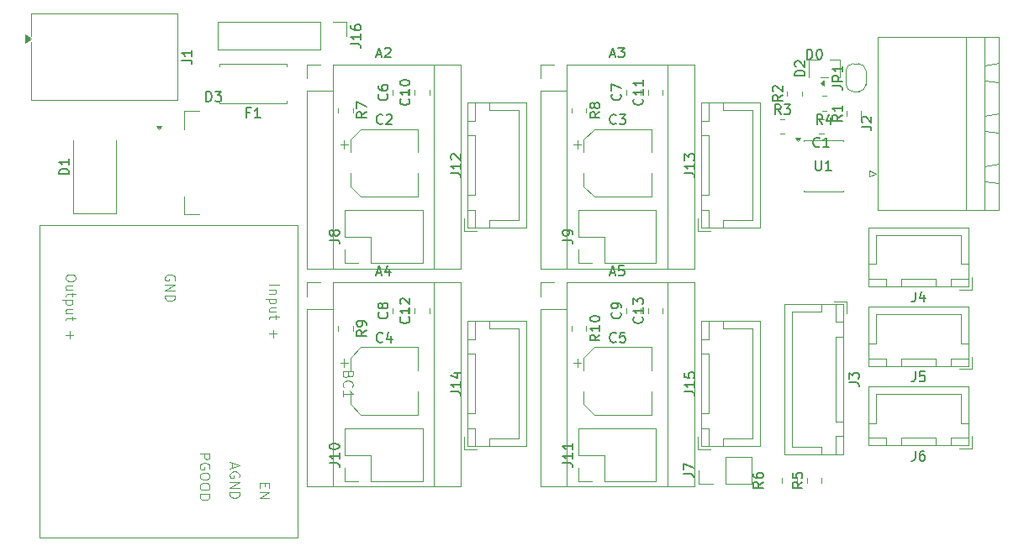
<source format=gbr>
%TF.GenerationSoftware,KiCad,Pcbnew,9.0.6*%
%TF.CreationDate,2026-02-21T20:52:03+01:00*%
%TF.ProjectId,MPC01,4d504330-312e-46b6-9963-61645f706362,V0.1*%
%TF.SameCoordinates,Original*%
%TF.FileFunction,Legend,Top*%
%TF.FilePolarity,Positive*%
%FSLAX46Y46*%
G04 Gerber Fmt 4.6, Leading zero omitted, Abs format (unit mm)*
G04 Created by KiCad (PCBNEW 9.0.6) date 2026-02-21 20:52:03*
%MOMM*%
%LPD*%
G01*
G04 APERTURE LIST*
%ADD10C,0.150000*%
%ADD11C,0.100000*%
%ADD12C,0.120000*%
G04 APERTURE END LIST*
D10*
X145354819Y-54233333D02*
X146069104Y-54233333D01*
X146069104Y-54233333D02*
X146211961Y-54280952D01*
X146211961Y-54280952D02*
X146307200Y-54376190D01*
X146307200Y-54376190D02*
X146354819Y-54519047D01*
X146354819Y-54519047D02*
X146354819Y-54614285D01*
X146354819Y-53757142D02*
X145354819Y-53757142D01*
X145354819Y-53757142D02*
X145354819Y-53376190D01*
X145354819Y-53376190D02*
X145402438Y-53280952D01*
X145402438Y-53280952D02*
X145450057Y-53233333D01*
X145450057Y-53233333D02*
X145545295Y-53185714D01*
X145545295Y-53185714D02*
X145688152Y-53185714D01*
X145688152Y-53185714D02*
X145783390Y-53233333D01*
X145783390Y-53233333D02*
X145831009Y-53280952D01*
X145831009Y-53280952D02*
X145878628Y-53376190D01*
X145878628Y-53376190D02*
X145878628Y-53757142D01*
X146354819Y-52233333D02*
X146354819Y-52804761D01*
X146354819Y-52519047D02*
X145354819Y-52519047D01*
X145354819Y-52519047D02*
X145497676Y-52614285D01*
X145497676Y-52614285D02*
X145592914Y-52709523D01*
X145592914Y-52709523D02*
X145640533Y-52804761D01*
X148254819Y-58333333D02*
X148969104Y-58333333D01*
X148969104Y-58333333D02*
X149111961Y-58380952D01*
X149111961Y-58380952D02*
X149207200Y-58476190D01*
X149207200Y-58476190D02*
X149254819Y-58619047D01*
X149254819Y-58619047D02*
X149254819Y-58714285D01*
X148350057Y-57904761D02*
X148302438Y-57857142D01*
X148302438Y-57857142D02*
X148254819Y-57761904D01*
X148254819Y-57761904D02*
X148254819Y-57523809D01*
X148254819Y-57523809D02*
X148302438Y-57428571D01*
X148302438Y-57428571D02*
X148350057Y-57380952D01*
X148350057Y-57380952D02*
X148445295Y-57333333D01*
X148445295Y-57333333D02*
X148540533Y-57333333D01*
X148540533Y-57333333D02*
X148683390Y-57380952D01*
X148683390Y-57380952D02*
X149254819Y-57952380D01*
X149254819Y-57952380D02*
X149254819Y-57333333D01*
D11*
X96566390Y-83345238D02*
X96518771Y-83488095D01*
X96518771Y-83488095D02*
X96471152Y-83535714D01*
X96471152Y-83535714D02*
X96375914Y-83583333D01*
X96375914Y-83583333D02*
X96233057Y-83583333D01*
X96233057Y-83583333D02*
X96137819Y-83535714D01*
X96137819Y-83535714D02*
X96090200Y-83488095D01*
X96090200Y-83488095D02*
X96042580Y-83392857D01*
X96042580Y-83392857D02*
X96042580Y-83011905D01*
X96042580Y-83011905D02*
X97042580Y-83011905D01*
X97042580Y-83011905D02*
X97042580Y-83345238D01*
X97042580Y-83345238D02*
X96994961Y-83440476D01*
X96994961Y-83440476D02*
X96947342Y-83488095D01*
X96947342Y-83488095D02*
X96852104Y-83535714D01*
X96852104Y-83535714D02*
X96756866Y-83535714D01*
X96756866Y-83535714D02*
X96661628Y-83488095D01*
X96661628Y-83488095D02*
X96614009Y-83440476D01*
X96614009Y-83440476D02*
X96566390Y-83345238D01*
X96566390Y-83345238D02*
X96566390Y-83011905D01*
X96137819Y-84583333D02*
X96090200Y-84535714D01*
X96090200Y-84535714D02*
X96042580Y-84392857D01*
X96042580Y-84392857D02*
X96042580Y-84297619D01*
X96042580Y-84297619D02*
X96090200Y-84154762D01*
X96090200Y-84154762D02*
X96185438Y-84059524D01*
X96185438Y-84059524D02*
X96280676Y-84011905D01*
X96280676Y-84011905D02*
X96471152Y-83964286D01*
X96471152Y-83964286D02*
X96614009Y-83964286D01*
X96614009Y-83964286D02*
X96804485Y-84011905D01*
X96804485Y-84011905D02*
X96899723Y-84059524D01*
X96899723Y-84059524D02*
X96994961Y-84154762D01*
X96994961Y-84154762D02*
X97042580Y-84297619D01*
X97042580Y-84297619D02*
X97042580Y-84392857D01*
X97042580Y-84392857D02*
X96994961Y-84535714D01*
X96994961Y-84535714D02*
X96947342Y-84583333D01*
X96042580Y-85535714D02*
X96042580Y-84964286D01*
X96042580Y-85250000D02*
X97042580Y-85250000D01*
X97042580Y-85250000D02*
X96899723Y-85154762D01*
X96899723Y-85154762D02*
X96804485Y-85059524D01*
X96804485Y-85059524D02*
X96756866Y-84964286D01*
X88627580Y-74303884D02*
X89627580Y-74303884D01*
X89294247Y-74780074D02*
X88627580Y-74780074D01*
X89199009Y-74780074D02*
X89246628Y-74827693D01*
X89246628Y-74827693D02*
X89294247Y-74922931D01*
X89294247Y-74922931D02*
X89294247Y-75065788D01*
X89294247Y-75065788D02*
X89246628Y-75161026D01*
X89246628Y-75161026D02*
X89151390Y-75208645D01*
X89151390Y-75208645D02*
X88627580Y-75208645D01*
X89294247Y-75684836D02*
X88294247Y-75684836D01*
X89246628Y-75684836D02*
X89294247Y-75780074D01*
X89294247Y-75780074D02*
X89294247Y-75970550D01*
X89294247Y-75970550D02*
X89246628Y-76065788D01*
X89246628Y-76065788D02*
X89199009Y-76113407D01*
X89199009Y-76113407D02*
X89103771Y-76161026D01*
X89103771Y-76161026D02*
X88818057Y-76161026D01*
X88818057Y-76161026D02*
X88722819Y-76113407D01*
X88722819Y-76113407D02*
X88675200Y-76065788D01*
X88675200Y-76065788D02*
X88627580Y-75970550D01*
X88627580Y-75970550D02*
X88627580Y-75780074D01*
X88627580Y-75780074D02*
X88675200Y-75684836D01*
X89294247Y-77018169D02*
X88627580Y-77018169D01*
X89294247Y-76589598D02*
X88770438Y-76589598D01*
X88770438Y-76589598D02*
X88675200Y-76637217D01*
X88675200Y-76637217D02*
X88627580Y-76732455D01*
X88627580Y-76732455D02*
X88627580Y-76875312D01*
X88627580Y-76875312D02*
X88675200Y-76970550D01*
X88675200Y-76970550D02*
X88722819Y-77018169D01*
X89294247Y-77351503D02*
X89294247Y-77732455D01*
X89627580Y-77494360D02*
X88770438Y-77494360D01*
X88770438Y-77494360D02*
X88675200Y-77541979D01*
X88675200Y-77541979D02*
X88627580Y-77637217D01*
X88627580Y-77637217D02*
X88627580Y-77732455D01*
X89008533Y-78827694D02*
X89008533Y-79589599D01*
X88627580Y-79208646D02*
X89389485Y-79208646D01*
X69127580Y-73494360D02*
X69127580Y-73684836D01*
X69127580Y-73684836D02*
X69079961Y-73780074D01*
X69079961Y-73780074D02*
X68984723Y-73875312D01*
X68984723Y-73875312D02*
X68794247Y-73922931D01*
X68794247Y-73922931D02*
X68460914Y-73922931D01*
X68460914Y-73922931D02*
X68270438Y-73875312D01*
X68270438Y-73875312D02*
X68175200Y-73780074D01*
X68175200Y-73780074D02*
X68127580Y-73684836D01*
X68127580Y-73684836D02*
X68127580Y-73494360D01*
X68127580Y-73494360D02*
X68175200Y-73399122D01*
X68175200Y-73399122D02*
X68270438Y-73303884D01*
X68270438Y-73303884D02*
X68460914Y-73256265D01*
X68460914Y-73256265D02*
X68794247Y-73256265D01*
X68794247Y-73256265D02*
X68984723Y-73303884D01*
X68984723Y-73303884D02*
X69079961Y-73399122D01*
X69079961Y-73399122D02*
X69127580Y-73494360D01*
X68794247Y-74780074D02*
X68127580Y-74780074D01*
X68794247Y-74351503D02*
X68270438Y-74351503D01*
X68270438Y-74351503D02*
X68175200Y-74399122D01*
X68175200Y-74399122D02*
X68127580Y-74494360D01*
X68127580Y-74494360D02*
X68127580Y-74637217D01*
X68127580Y-74637217D02*
X68175200Y-74732455D01*
X68175200Y-74732455D02*
X68222819Y-74780074D01*
X68794247Y-75113408D02*
X68794247Y-75494360D01*
X69127580Y-75256265D02*
X68270438Y-75256265D01*
X68270438Y-75256265D02*
X68175200Y-75303884D01*
X68175200Y-75303884D02*
X68127580Y-75399122D01*
X68127580Y-75399122D02*
X68127580Y-75494360D01*
X68794247Y-75827694D02*
X67794247Y-75827694D01*
X68746628Y-75827694D02*
X68794247Y-75922932D01*
X68794247Y-75922932D02*
X68794247Y-76113408D01*
X68794247Y-76113408D02*
X68746628Y-76208646D01*
X68746628Y-76208646D02*
X68699009Y-76256265D01*
X68699009Y-76256265D02*
X68603771Y-76303884D01*
X68603771Y-76303884D02*
X68318057Y-76303884D01*
X68318057Y-76303884D02*
X68222819Y-76256265D01*
X68222819Y-76256265D02*
X68175200Y-76208646D01*
X68175200Y-76208646D02*
X68127580Y-76113408D01*
X68127580Y-76113408D02*
X68127580Y-75922932D01*
X68127580Y-75922932D02*
X68175200Y-75827694D01*
X68794247Y-77161027D02*
X68127580Y-77161027D01*
X68794247Y-76732456D02*
X68270438Y-76732456D01*
X68270438Y-76732456D02*
X68175200Y-76780075D01*
X68175200Y-76780075D02*
X68127580Y-76875313D01*
X68127580Y-76875313D02*
X68127580Y-77018170D01*
X68127580Y-77018170D02*
X68175200Y-77113408D01*
X68175200Y-77113408D02*
X68222819Y-77161027D01*
X68794247Y-77494361D02*
X68794247Y-77875313D01*
X69127580Y-77637218D02*
X68270438Y-77637218D01*
X68270438Y-77637218D02*
X68175200Y-77684837D01*
X68175200Y-77684837D02*
X68127580Y-77780075D01*
X68127580Y-77780075D02*
X68127580Y-77875313D01*
X68508533Y-78970552D02*
X68508533Y-79732457D01*
X68127580Y-79351504D02*
X68889485Y-79351504D01*
X79079961Y-73827693D02*
X79127580Y-73732455D01*
X79127580Y-73732455D02*
X79127580Y-73589598D01*
X79127580Y-73589598D02*
X79079961Y-73446741D01*
X79079961Y-73446741D02*
X78984723Y-73351503D01*
X78984723Y-73351503D02*
X78889485Y-73303884D01*
X78889485Y-73303884D02*
X78699009Y-73256265D01*
X78699009Y-73256265D02*
X78556152Y-73256265D01*
X78556152Y-73256265D02*
X78365676Y-73303884D01*
X78365676Y-73303884D02*
X78270438Y-73351503D01*
X78270438Y-73351503D02*
X78175200Y-73446741D01*
X78175200Y-73446741D02*
X78127580Y-73589598D01*
X78127580Y-73589598D02*
X78127580Y-73684836D01*
X78127580Y-73684836D02*
X78175200Y-73827693D01*
X78175200Y-73827693D02*
X78222819Y-73875312D01*
X78222819Y-73875312D02*
X78556152Y-73875312D01*
X78556152Y-73875312D02*
X78556152Y-73684836D01*
X78127580Y-74303884D02*
X79127580Y-74303884D01*
X79127580Y-74303884D02*
X78127580Y-74875312D01*
X78127580Y-74875312D02*
X79127580Y-74875312D01*
X78127580Y-75351503D02*
X79127580Y-75351503D01*
X79127580Y-75351503D02*
X79127580Y-75589598D01*
X79127580Y-75589598D02*
X79079961Y-75732455D01*
X79079961Y-75732455D02*
X78984723Y-75827693D01*
X78984723Y-75827693D02*
X78889485Y-75875312D01*
X78889485Y-75875312D02*
X78699009Y-75922931D01*
X78699009Y-75922931D02*
X78556152Y-75922931D01*
X78556152Y-75922931D02*
X78365676Y-75875312D01*
X78365676Y-75875312D02*
X78270438Y-75827693D01*
X78270438Y-75827693D02*
X78175200Y-75732455D01*
X78175200Y-75732455D02*
X78127580Y-75589598D01*
X78127580Y-75589598D02*
X78127580Y-75351503D01*
X81627580Y-91303884D02*
X82627580Y-91303884D01*
X82627580Y-91303884D02*
X82627580Y-91684836D01*
X82627580Y-91684836D02*
X82579961Y-91780074D01*
X82579961Y-91780074D02*
X82532342Y-91827693D01*
X82532342Y-91827693D02*
X82437104Y-91875312D01*
X82437104Y-91875312D02*
X82294247Y-91875312D01*
X82294247Y-91875312D02*
X82199009Y-91827693D01*
X82199009Y-91827693D02*
X82151390Y-91780074D01*
X82151390Y-91780074D02*
X82103771Y-91684836D01*
X82103771Y-91684836D02*
X82103771Y-91303884D01*
X82579961Y-92827693D02*
X82627580Y-92732455D01*
X82627580Y-92732455D02*
X82627580Y-92589598D01*
X82627580Y-92589598D02*
X82579961Y-92446741D01*
X82579961Y-92446741D02*
X82484723Y-92351503D01*
X82484723Y-92351503D02*
X82389485Y-92303884D01*
X82389485Y-92303884D02*
X82199009Y-92256265D01*
X82199009Y-92256265D02*
X82056152Y-92256265D01*
X82056152Y-92256265D02*
X81865676Y-92303884D01*
X81865676Y-92303884D02*
X81770438Y-92351503D01*
X81770438Y-92351503D02*
X81675200Y-92446741D01*
X81675200Y-92446741D02*
X81627580Y-92589598D01*
X81627580Y-92589598D02*
X81627580Y-92684836D01*
X81627580Y-92684836D02*
X81675200Y-92827693D01*
X81675200Y-92827693D02*
X81722819Y-92875312D01*
X81722819Y-92875312D02*
X82056152Y-92875312D01*
X82056152Y-92875312D02*
X82056152Y-92684836D01*
X82627580Y-93494360D02*
X82627580Y-93684836D01*
X82627580Y-93684836D02*
X82579961Y-93780074D01*
X82579961Y-93780074D02*
X82484723Y-93875312D01*
X82484723Y-93875312D02*
X82294247Y-93922931D01*
X82294247Y-93922931D02*
X81960914Y-93922931D01*
X81960914Y-93922931D02*
X81770438Y-93875312D01*
X81770438Y-93875312D02*
X81675200Y-93780074D01*
X81675200Y-93780074D02*
X81627580Y-93684836D01*
X81627580Y-93684836D02*
X81627580Y-93494360D01*
X81627580Y-93494360D02*
X81675200Y-93399122D01*
X81675200Y-93399122D02*
X81770438Y-93303884D01*
X81770438Y-93303884D02*
X81960914Y-93256265D01*
X81960914Y-93256265D02*
X82294247Y-93256265D01*
X82294247Y-93256265D02*
X82484723Y-93303884D01*
X82484723Y-93303884D02*
X82579961Y-93399122D01*
X82579961Y-93399122D02*
X82627580Y-93494360D01*
X82627580Y-94541979D02*
X82627580Y-94732455D01*
X82627580Y-94732455D02*
X82579961Y-94827693D01*
X82579961Y-94827693D02*
X82484723Y-94922931D01*
X82484723Y-94922931D02*
X82294247Y-94970550D01*
X82294247Y-94970550D02*
X81960914Y-94970550D01*
X81960914Y-94970550D02*
X81770438Y-94922931D01*
X81770438Y-94922931D02*
X81675200Y-94827693D01*
X81675200Y-94827693D02*
X81627580Y-94732455D01*
X81627580Y-94732455D02*
X81627580Y-94541979D01*
X81627580Y-94541979D02*
X81675200Y-94446741D01*
X81675200Y-94446741D02*
X81770438Y-94351503D01*
X81770438Y-94351503D02*
X81960914Y-94303884D01*
X81960914Y-94303884D02*
X82294247Y-94303884D01*
X82294247Y-94303884D02*
X82484723Y-94351503D01*
X82484723Y-94351503D02*
X82579961Y-94446741D01*
X82579961Y-94446741D02*
X82627580Y-94541979D01*
X81627580Y-95399122D02*
X82627580Y-95399122D01*
X82627580Y-95399122D02*
X82627580Y-95637217D01*
X82627580Y-95637217D02*
X82579961Y-95780074D01*
X82579961Y-95780074D02*
X82484723Y-95875312D01*
X82484723Y-95875312D02*
X82389485Y-95922931D01*
X82389485Y-95922931D02*
X82199009Y-95970550D01*
X82199009Y-95970550D02*
X82056152Y-95970550D01*
X82056152Y-95970550D02*
X81865676Y-95922931D01*
X81865676Y-95922931D02*
X81770438Y-95875312D01*
X81770438Y-95875312D02*
X81675200Y-95780074D01*
X81675200Y-95780074D02*
X81627580Y-95637217D01*
X81627580Y-95637217D02*
X81627580Y-95399122D01*
X88151390Y-94303884D02*
X88151390Y-94637217D01*
X87627580Y-94780074D02*
X87627580Y-94303884D01*
X87627580Y-94303884D02*
X88627580Y-94303884D01*
X88627580Y-94303884D02*
X88627580Y-94780074D01*
X87627580Y-95208646D02*
X88627580Y-95208646D01*
X88627580Y-95208646D02*
X87627580Y-95780074D01*
X87627580Y-95780074D02*
X88627580Y-95780074D01*
X84913295Y-92256265D02*
X84913295Y-92732455D01*
X84627580Y-92161027D02*
X85627580Y-92494360D01*
X85627580Y-92494360D02*
X84627580Y-92827693D01*
X85579961Y-93684836D02*
X85627580Y-93589598D01*
X85627580Y-93589598D02*
X85627580Y-93446741D01*
X85627580Y-93446741D02*
X85579961Y-93303884D01*
X85579961Y-93303884D02*
X85484723Y-93208646D01*
X85484723Y-93208646D02*
X85389485Y-93161027D01*
X85389485Y-93161027D02*
X85199009Y-93113408D01*
X85199009Y-93113408D02*
X85056152Y-93113408D01*
X85056152Y-93113408D02*
X84865676Y-93161027D01*
X84865676Y-93161027D02*
X84770438Y-93208646D01*
X84770438Y-93208646D02*
X84675200Y-93303884D01*
X84675200Y-93303884D02*
X84627580Y-93446741D01*
X84627580Y-93446741D02*
X84627580Y-93541979D01*
X84627580Y-93541979D02*
X84675200Y-93684836D01*
X84675200Y-93684836D02*
X84722819Y-93732455D01*
X84722819Y-93732455D02*
X85056152Y-93732455D01*
X85056152Y-93732455D02*
X85056152Y-93541979D01*
X84627580Y-94161027D02*
X85627580Y-94161027D01*
X85627580Y-94161027D02*
X84627580Y-94732455D01*
X84627580Y-94732455D02*
X85627580Y-94732455D01*
X84627580Y-95208646D02*
X85627580Y-95208646D01*
X85627580Y-95208646D02*
X85627580Y-95446741D01*
X85627580Y-95446741D02*
X85579961Y-95589598D01*
X85579961Y-95589598D02*
X85484723Y-95684836D01*
X85484723Y-95684836D02*
X85389485Y-95732455D01*
X85389485Y-95732455D02*
X85199009Y-95780074D01*
X85199009Y-95780074D02*
X85056152Y-95780074D01*
X85056152Y-95780074D02*
X84865676Y-95732455D01*
X84865676Y-95732455D02*
X84770438Y-95684836D01*
X84770438Y-95684836D02*
X84675200Y-95589598D01*
X84675200Y-95589598D02*
X84627580Y-95446741D01*
X84627580Y-95446741D02*
X84627580Y-95208646D01*
D10*
X123979580Y-55066666D02*
X124027200Y-55114285D01*
X124027200Y-55114285D02*
X124074819Y-55257142D01*
X124074819Y-55257142D02*
X124074819Y-55352380D01*
X124074819Y-55352380D02*
X124027200Y-55495237D01*
X124027200Y-55495237D02*
X123931961Y-55590475D01*
X123931961Y-55590475D02*
X123836723Y-55638094D01*
X123836723Y-55638094D02*
X123646247Y-55685713D01*
X123646247Y-55685713D02*
X123503390Y-55685713D01*
X123503390Y-55685713D02*
X123312914Y-55638094D01*
X123312914Y-55638094D02*
X123217676Y-55590475D01*
X123217676Y-55590475D02*
X123122438Y-55495237D01*
X123122438Y-55495237D02*
X123074819Y-55352380D01*
X123074819Y-55352380D02*
X123074819Y-55257142D01*
X123074819Y-55257142D02*
X123122438Y-55114285D01*
X123122438Y-55114285D02*
X123170057Y-55066666D01*
X123074819Y-54733332D02*
X123074819Y-54066666D01*
X123074819Y-54066666D02*
X124074819Y-54495237D01*
X100479580Y-77066666D02*
X100527200Y-77114285D01*
X100527200Y-77114285D02*
X100574819Y-77257142D01*
X100574819Y-77257142D02*
X100574819Y-77352380D01*
X100574819Y-77352380D02*
X100527200Y-77495237D01*
X100527200Y-77495237D02*
X100431961Y-77590475D01*
X100431961Y-77590475D02*
X100336723Y-77638094D01*
X100336723Y-77638094D02*
X100146247Y-77685713D01*
X100146247Y-77685713D02*
X100003390Y-77685713D01*
X100003390Y-77685713D02*
X99812914Y-77638094D01*
X99812914Y-77638094D02*
X99717676Y-77590475D01*
X99717676Y-77590475D02*
X99622438Y-77495237D01*
X99622438Y-77495237D02*
X99574819Y-77352380D01*
X99574819Y-77352380D02*
X99574819Y-77257142D01*
X99574819Y-77257142D02*
X99622438Y-77114285D01*
X99622438Y-77114285D02*
X99670057Y-77066666D01*
X100003390Y-76495237D02*
X99955771Y-76590475D01*
X99955771Y-76590475D02*
X99908152Y-76638094D01*
X99908152Y-76638094D02*
X99812914Y-76685713D01*
X99812914Y-76685713D02*
X99765295Y-76685713D01*
X99765295Y-76685713D02*
X99670057Y-76638094D01*
X99670057Y-76638094D02*
X99622438Y-76590475D01*
X99622438Y-76590475D02*
X99574819Y-76495237D01*
X99574819Y-76495237D02*
X99574819Y-76304761D01*
X99574819Y-76304761D02*
X99622438Y-76209523D01*
X99622438Y-76209523D02*
X99670057Y-76161904D01*
X99670057Y-76161904D02*
X99765295Y-76114285D01*
X99765295Y-76114285D02*
X99812914Y-76114285D01*
X99812914Y-76114285D02*
X99908152Y-76161904D01*
X99908152Y-76161904D02*
X99955771Y-76209523D01*
X99955771Y-76209523D02*
X100003390Y-76304761D01*
X100003390Y-76304761D02*
X100003390Y-76495237D01*
X100003390Y-76495237D02*
X100051009Y-76590475D01*
X100051009Y-76590475D02*
X100098628Y-76638094D01*
X100098628Y-76638094D02*
X100193866Y-76685713D01*
X100193866Y-76685713D02*
X100384342Y-76685713D01*
X100384342Y-76685713D02*
X100479580Y-76638094D01*
X100479580Y-76638094D02*
X100527200Y-76590475D01*
X100527200Y-76590475D02*
X100574819Y-76495237D01*
X100574819Y-76495237D02*
X100574819Y-76304761D01*
X100574819Y-76304761D02*
X100527200Y-76209523D01*
X100527200Y-76209523D02*
X100479580Y-76161904D01*
X100479580Y-76161904D02*
X100384342Y-76114285D01*
X100384342Y-76114285D02*
X100193866Y-76114285D01*
X100193866Y-76114285D02*
X100098628Y-76161904D01*
X100098628Y-76161904D02*
X100051009Y-76209523D01*
X100051009Y-76209523D02*
X100003390Y-76304761D01*
X98404819Y-56866666D02*
X97928628Y-57199999D01*
X98404819Y-57438094D02*
X97404819Y-57438094D01*
X97404819Y-57438094D02*
X97404819Y-57057142D01*
X97404819Y-57057142D02*
X97452438Y-56961904D01*
X97452438Y-56961904D02*
X97500057Y-56914285D01*
X97500057Y-56914285D02*
X97595295Y-56866666D01*
X97595295Y-56866666D02*
X97738152Y-56866666D01*
X97738152Y-56866666D02*
X97833390Y-56914285D01*
X97833390Y-56914285D02*
X97881009Y-56961904D01*
X97881009Y-56961904D02*
X97928628Y-57057142D01*
X97928628Y-57057142D02*
X97928628Y-57438094D01*
X97404819Y-56533332D02*
X97404819Y-55866666D01*
X97404819Y-55866666D02*
X98404819Y-56295237D01*
X143638095Y-61754819D02*
X143638095Y-62564342D01*
X143638095Y-62564342D02*
X143685714Y-62659580D01*
X143685714Y-62659580D02*
X143733333Y-62707200D01*
X143733333Y-62707200D02*
X143828571Y-62754819D01*
X143828571Y-62754819D02*
X144019047Y-62754819D01*
X144019047Y-62754819D02*
X144114285Y-62707200D01*
X144114285Y-62707200D02*
X144161904Y-62659580D01*
X144161904Y-62659580D02*
X144209523Y-62564342D01*
X144209523Y-62564342D02*
X144209523Y-61754819D01*
X145209523Y-62754819D02*
X144638095Y-62754819D01*
X144923809Y-62754819D02*
X144923809Y-61754819D01*
X144923809Y-61754819D02*
X144828571Y-61897676D01*
X144828571Y-61897676D02*
X144733333Y-61992914D01*
X144733333Y-61992914D02*
X144638095Y-62040533D01*
X153666666Y-83029819D02*
X153666666Y-83744104D01*
X153666666Y-83744104D02*
X153619047Y-83886961D01*
X153619047Y-83886961D02*
X153523809Y-83982200D01*
X153523809Y-83982200D02*
X153380952Y-84029819D01*
X153380952Y-84029819D02*
X153285714Y-84029819D01*
X154619047Y-83029819D02*
X154142857Y-83029819D01*
X154142857Y-83029819D02*
X154095238Y-83506009D01*
X154095238Y-83506009D02*
X154142857Y-83458390D01*
X154142857Y-83458390D02*
X154238095Y-83410771D01*
X154238095Y-83410771D02*
X154476190Y-83410771D01*
X154476190Y-83410771D02*
X154571428Y-83458390D01*
X154571428Y-83458390D02*
X154619047Y-83506009D01*
X154619047Y-83506009D02*
X154666666Y-83601247D01*
X154666666Y-83601247D02*
X154666666Y-83839342D01*
X154666666Y-83839342D02*
X154619047Y-83934580D01*
X154619047Y-83934580D02*
X154571428Y-83982200D01*
X154571428Y-83982200D02*
X154476190Y-84029819D01*
X154476190Y-84029819D02*
X154238095Y-84029819D01*
X154238095Y-84029819D02*
X154142857Y-83982200D01*
X154142857Y-83982200D02*
X154095238Y-83934580D01*
X142761905Y-51559819D02*
X142761905Y-50559819D01*
X142761905Y-50559819D02*
X143000000Y-50559819D01*
X143000000Y-50559819D02*
X143142857Y-50607438D01*
X143142857Y-50607438D02*
X143238095Y-50702676D01*
X143238095Y-50702676D02*
X143285714Y-50797914D01*
X143285714Y-50797914D02*
X143333333Y-50988390D01*
X143333333Y-50988390D02*
X143333333Y-51131247D01*
X143333333Y-51131247D02*
X143285714Y-51321723D01*
X143285714Y-51321723D02*
X143238095Y-51416961D01*
X143238095Y-51416961D02*
X143142857Y-51512200D01*
X143142857Y-51512200D02*
X143000000Y-51559819D01*
X143000000Y-51559819D02*
X142761905Y-51559819D01*
X143952381Y-50559819D02*
X144047619Y-50559819D01*
X144047619Y-50559819D02*
X144142857Y-50607438D01*
X144142857Y-50607438D02*
X144190476Y-50655057D01*
X144190476Y-50655057D02*
X144238095Y-50750295D01*
X144238095Y-50750295D02*
X144285714Y-50940771D01*
X144285714Y-50940771D02*
X144285714Y-51178866D01*
X144285714Y-51178866D02*
X144238095Y-51369342D01*
X144238095Y-51369342D02*
X144190476Y-51464580D01*
X144190476Y-51464580D02*
X144142857Y-51512200D01*
X144142857Y-51512200D02*
X144047619Y-51559819D01*
X144047619Y-51559819D02*
X143952381Y-51559819D01*
X143952381Y-51559819D02*
X143857143Y-51512200D01*
X143857143Y-51512200D02*
X143809524Y-51464580D01*
X143809524Y-51464580D02*
X143761905Y-51369342D01*
X143761905Y-51369342D02*
X143714286Y-51178866D01*
X143714286Y-51178866D02*
X143714286Y-50940771D01*
X143714286Y-50940771D02*
X143761905Y-50750295D01*
X143761905Y-50750295D02*
X143809524Y-50655057D01*
X143809524Y-50655057D02*
X143857143Y-50607438D01*
X143857143Y-50607438D02*
X143952381Y-50559819D01*
X96834819Y-50009523D02*
X97549104Y-50009523D01*
X97549104Y-50009523D02*
X97691961Y-50057142D01*
X97691961Y-50057142D02*
X97787200Y-50152380D01*
X97787200Y-50152380D02*
X97834819Y-50295237D01*
X97834819Y-50295237D02*
X97834819Y-50390475D01*
X97834819Y-49009523D02*
X97834819Y-49580951D01*
X97834819Y-49295237D02*
X96834819Y-49295237D01*
X96834819Y-49295237D02*
X96977676Y-49390475D01*
X96977676Y-49390475D02*
X97072914Y-49485713D01*
X97072914Y-49485713D02*
X97120533Y-49580951D01*
X96834819Y-48152380D02*
X96834819Y-48342856D01*
X96834819Y-48342856D02*
X96882438Y-48438094D01*
X96882438Y-48438094D02*
X96930057Y-48485713D01*
X96930057Y-48485713D02*
X97072914Y-48580951D01*
X97072914Y-48580951D02*
X97263390Y-48628570D01*
X97263390Y-48628570D02*
X97644342Y-48628570D01*
X97644342Y-48628570D02*
X97739580Y-48580951D01*
X97739580Y-48580951D02*
X97787200Y-48533332D01*
X97787200Y-48533332D02*
X97834819Y-48438094D01*
X97834819Y-48438094D02*
X97834819Y-48247618D01*
X97834819Y-48247618D02*
X97787200Y-48152380D01*
X97787200Y-48152380D02*
X97739580Y-48104761D01*
X97739580Y-48104761D02*
X97644342Y-48057142D01*
X97644342Y-48057142D02*
X97406247Y-48057142D01*
X97406247Y-48057142D02*
X97311009Y-48104761D01*
X97311009Y-48104761D02*
X97263390Y-48152380D01*
X97263390Y-48152380D02*
X97215771Y-48247618D01*
X97215771Y-48247618D02*
X97215771Y-48438094D01*
X97215771Y-48438094D02*
X97263390Y-48533332D01*
X97263390Y-48533332D02*
X97311009Y-48580951D01*
X97311009Y-48580951D02*
X97406247Y-48628570D01*
X123533333Y-80009580D02*
X123485714Y-80057200D01*
X123485714Y-80057200D02*
X123342857Y-80104819D01*
X123342857Y-80104819D02*
X123247619Y-80104819D01*
X123247619Y-80104819D02*
X123104762Y-80057200D01*
X123104762Y-80057200D02*
X123009524Y-79961961D01*
X123009524Y-79961961D02*
X122961905Y-79866723D01*
X122961905Y-79866723D02*
X122914286Y-79676247D01*
X122914286Y-79676247D02*
X122914286Y-79533390D01*
X122914286Y-79533390D02*
X122961905Y-79342914D01*
X122961905Y-79342914D02*
X123009524Y-79247676D01*
X123009524Y-79247676D02*
X123104762Y-79152438D01*
X123104762Y-79152438D02*
X123247619Y-79104819D01*
X123247619Y-79104819D02*
X123342857Y-79104819D01*
X123342857Y-79104819D02*
X123485714Y-79152438D01*
X123485714Y-79152438D02*
X123533333Y-79200057D01*
X124438095Y-79104819D02*
X123961905Y-79104819D01*
X123961905Y-79104819D02*
X123914286Y-79581009D01*
X123914286Y-79581009D02*
X123961905Y-79533390D01*
X123961905Y-79533390D02*
X124057143Y-79485771D01*
X124057143Y-79485771D02*
X124295238Y-79485771D01*
X124295238Y-79485771D02*
X124390476Y-79533390D01*
X124390476Y-79533390D02*
X124438095Y-79581009D01*
X124438095Y-79581009D02*
X124485714Y-79676247D01*
X124485714Y-79676247D02*
X124485714Y-79914342D01*
X124485714Y-79914342D02*
X124438095Y-80009580D01*
X124438095Y-80009580D02*
X124390476Y-80057200D01*
X124390476Y-80057200D02*
X124295238Y-80104819D01*
X124295238Y-80104819D02*
X124057143Y-80104819D01*
X124057143Y-80104819D02*
X123961905Y-80057200D01*
X123961905Y-80057200D02*
X123914286Y-80009580D01*
X100033333Y-80009580D02*
X99985714Y-80057200D01*
X99985714Y-80057200D02*
X99842857Y-80104819D01*
X99842857Y-80104819D02*
X99747619Y-80104819D01*
X99747619Y-80104819D02*
X99604762Y-80057200D01*
X99604762Y-80057200D02*
X99509524Y-79961961D01*
X99509524Y-79961961D02*
X99461905Y-79866723D01*
X99461905Y-79866723D02*
X99414286Y-79676247D01*
X99414286Y-79676247D02*
X99414286Y-79533390D01*
X99414286Y-79533390D02*
X99461905Y-79342914D01*
X99461905Y-79342914D02*
X99509524Y-79247676D01*
X99509524Y-79247676D02*
X99604762Y-79152438D01*
X99604762Y-79152438D02*
X99747619Y-79104819D01*
X99747619Y-79104819D02*
X99842857Y-79104819D01*
X99842857Y-79104819D02*
X99985714Y-79152438D01*
X99985714Y-79152438D02*
X100033333Y-79200057D01*
X100890476Y-79438152D02*
X100890476Y-80104819D01*
X100652381Y-79057200D02*
X100414286Y-79771485D01*
X100414286Y-79771485D02*
X101033333Y-79771485D01*
X123533333Y-58009580D02*
X123485714Y-58057200D01*
X123485714Y-58057200D02*
X123342857Y-58104819D01*
X123342857Y-58104819D02*
X123247619Y-58104819D01*
X123247619Y-58104819D02*
X123104762Y-58057200D01*
X123104762Y-58057200D02*
X123009524Y-57961961D01*
X123009524Y-57961961D02*
X122961905Y-57866723D01*
X122961905Y-57866723D02*
X122914286Y-57676247D01*
X122914286Y-57676247D02*
X122914286Y-57533390D01*
X122914286Y-57533390D02*
X122961905Y-57342914D01*
X122961905Y-57342914D02*
X123009524Y-57247676D01*
X123009524Y-57247676D02*
X123104762Y-57152438D01*
X123104762Y-57152438D02*
X123247619Y-57104819D01*
X123247619Y-57104819D02*
X123342857Y-57104819D01*
X123342857Y-57104819D02*
X123485714Y-57152438D01*
X123485714Y-57152438D02*
X123533333Y-57200057D01*
X123866667Y-57104819D02*
X124485714Y-57104819D01*
X124485714Y-57104819D02*
X124152381Y-57485771D01*
X124152381Y-57485771D02*
X124295238Y-57485771D01*
X124295238Y-57485771D02*
X124390476Y-57533390D01*
X124390476Y-57533390D02*
X124438095Y-57581009D01*
X124438095Y-57581009D02*
X124485714Y-57676247D01*
X124485714Y-57676247D02*
X124485714Y-57914342D01*
X124485714Y-57914342D02*
X124438095Y-58009580D01*
X124438095Y-58009580D02*
X124390476Y-58057200D01*
X124390476Y-58057200D02*
X124295238Y-58104819D01*
X124295238Y-58104819D02*
X124009524Y-58104819D01*
X124009524Y-58104819D02*
X123914286Y-58057200D01*
X123914286Y-58057200D02*
X123866667Y-58009580D01*
X100033333Y-58009580D02*
X99985714Y-58057200D01*
X99985714Y-58057200D02*
X99842857Y-58104819D01*
X99842857Y-58104819D02*
X99747619Y-58104819D01*
X99747619Y-58104819D02*
X99604762Y-58057200D01*
X99604762Y-58057200D02*
X99509524Y-57961961D01*
X99509524Y-57961961D02*
X99461905Y-57866723D01*
X99461905Y-57866723D02*
X99414286Y-57676247D01*
X99414286Y-57676247D02*
X99414286Y-57533390D01*
X99414286Y-57533390D02*
X99461905Y-57342914D01*
X99461905Y-57342914D02*
X99509524Y-57247676D01*
X99509524Y-57247676D02*
X99604762Y-57152438D01*
X99604762Y-57152438D02*
X99747619Y-57104819D01*
X99747619Y-57104819D02*
X99842857Y-57104819D01*
X99842857Y-57104819D02*
X99985714Y-57152438D01*
X99985714Y-57152438D02*
X100033333Y-57200057D01*
X100414286Y-57200057D02*
X100461905Y-57152438D01*
X100461905Y-57152438D02*
X100557143Y-57104819D01*
X100557143Y-57104819D02*
X100795238Y-57104819D01*
X100795238Y-57104819D02*
X100890476Y-57152438D01*
X100890476Y-57152438D02*
X100938095Y-57200057D01*
X100938095Y-57200057D02*
X100985714Y-57295295D01*
X100985714Y-57295295D02*
X100985714Y-57390533D01*
X100985714Y-57390533D02*
X100938095Y-57533390D01*
X100938095Y-57533390D02*
X100366667Y-58104819D01*
X100366667Y-58104819D02*
X100985714Y-58104819D01*
X126179580Y-77542857D02*
X126227200Y-77590476D01*
X126227200Y-77590476D02*
X126274819Y-77733333D01*
X126274819Y-77733333D02*
X126274819Y-77828571D01*
X126274819Y-77828571D02*
X126227200Y-77971428D01*
X126227200Y-77971428D02*
X126131961Y-78066666D01*
X126131961Y-78066666D02*
X126036723Y-78114285D01*
X126036723Y-78114285D02*
X125846247Y-78161904D01*
X125846247Y-78161904D02*
X125703390Y-78161904D01*
X125703390Y-78161904D02*
X125512914Y-78114285D01*
X125512914Y-78114285D02*
X125417676Y-78066666D01*
X125417676Y-78066666D02*
X125322438Y-77971428D01*
X125322438Y-77971428D02*
X125274819Y-77828571D01*
X125274819Y-77828571D02*
X125274819Y-77733333D01*
X125274819Y-77733333D02*
X125322438Y-77590476D01*
X125322438Y-77590476D02*
X125370057Y-77542857D01*
X126274819Y-76590476D02*
X126274819Y-77161904D01*
X126274819Y-76876190D02*
X125274819Y-76876190D01*
X125274819Y-76876190D02*
X125417676Y-76971428D01*
X125417676Y-76971428D02*
X125512914Y-77066666D01*
X125512914Y-77066666D02*
X125560533Y-77161904D01*
X125274819Y-76257142D02*
X125274819Y-75638095D01*
X125274819Y-75638095D02*
X125655771Y-75971428D01*
X125655771Y-75971428D02*
X125655771Y-75828571D01*
X125655771Y-75828571D02*
X125703390Y-75733333D01*
X125703390Y-75733333D02*
X125751009Y-75685714D01*
X125751009Y-75685714D02*
X125846247Y-75638095D01*
X125846247Y-75638095D02*
X126084342Y-75638095D01*
X126084342Y-75638095D02*
X126179580Y-75685714D01*
X126179580Y-75685714D02*
X126227200Y-75733333D01*
X126227200Y-75733333D02*
X126274819Y-75828571D01*
X126274819Y-75828571D02*
X126274819Y-76114285D01*
X126274819Y-76114285D02*
X126227200Y-76209523D01*
X126227200Y-76209523D02*
X126179580Y-76257142D01*
X102679580Y-77542857D02*
X102727200Y-77590476D01*
X102727200Y-77590476D02*
X102774819Y-77733333D01*
X102774819Y-77733333D02*
X102774819Y-77828571D01*
X102774819Y-77828571D02*
X102727200Y-77971428D01*
X102727200Y-77971428D02*
X102631961Y-78066666D01*
X102631961Y-78066666D02*
X102536723Y-78114285D01*
X102536723Y-78114285D02*
X102346247Y-78161904D01*
X102346247Y-78161904D02*
X102203390Y-78161904D01*
X102203390Y-78161904D02*
X102012914Y-78114285D01*
X102012914Y-78114285D02*
X101917676Y-78066666D01*
X101917676Y-78066666D02*
X101822438Y-77971428D01*
X101822438Y-77971428D02*
X101774819Y-77828571D01*
X101774819Y-77828571D02*
X101774819Y-77733333D01*
X101774819Y-77733333D02*
X101822438Y-77590476D01*
X101822438Y-77590476D02*
X101870057Y-77542857D01*
X102774819Y-76590476D02*
X102774819Y-77161904D01*
X102774819Y-76876190D02*
X101774819Y-76876190D01*
X101774819Y-76876190D02*
X101917676Y-76971428D01*
X101917676Y-76971428D02*
X102012914Y-77066666D01*
X102012914Y-77066666D02*
X102060533Y-77161904D01*
X101870057Y-76209523D02*
X101822438Y-76161904D01*
X101822438Y-76161904D02*
X101774819Y-76066666D01*
X101774819Y-76066666D02*
X101774819Y-75828571D01*
X101774819Y-75828571D02*
X101822438Y-75733333D01*
X101822438Y-75733333D02*
X101870057Y-75685714D01*
X101870057Y-75685714D02*
X101965295Y-75638095D01*
X101965295Y-75638095D02*
X102060533Y-75638095D01*
X102060533Y-75638095D02*
X102203390Y-75685714D01*
X102203390Y-75685714D02*
X102774819Y-76257142D01*
X102774819Y-76257142D02*
X102774819Y-75638095D01*
X126179580Y-55542857D02*
X126227200Y-55590476D01*
X126227200Y-55590476D02*
X126274819Y-55733333D01*
X126274819Y-55733333D02*
X126274819Y-55828571D01*
X126274819Y-55828571D02*
X126227200Y-55971428D01*
X126227200Y-55971428D02*
X126131961Y-56066666D01*
X126131961Y-56066666D02*
X126036723Y-56114285D01*
X126036723Y-56114285D02*
X125846247Y-56161904D01*
X125846247Y-56161904D02*
X125703390Y-56161904D01*
X125703390Y-56161904D02*
X125512914Y-56114285D01*
X125512914Y-56114285D02*
X125417676Y-56066666D01*
X125417676Y-56066666D02*
X125322438Y-55971428D01*
X125322438Y-55971428D02*
X125274819Y-55828571D01*
X125274819Y-55828571D02*
X125274819Y-55733333D01*
X125274819Y-55733333D02*
X125322438Y-55590476D01*
X125322438Y-55590476D02*
X125370057Y-55542857D01*
X126274819Y-54590476D02*
X126274819Y-55161904D01*
X126274819Y-54876190D02*
X125274819Y-54876190D01*
X125274819Y-54876190D02*
X125417676Y-54971428D01*
X125417676Y-54971428D02*
X125512914Y-55066666D01*
X125512914Y-55066666D02*
X125560533Y-55161904D01*
X126274819Y-53638095D02*
X126274819Y-54209523D01*
X126274819Y-53923809D02*
X125274819Y-53923809D01*
X125274819Y-53923809D02*
X125417676Y-54019047D01*
X125417676Y-54019047D02*
X125512914Y-54114285D01*
X125512914Y-54114285D02*
X125560533Y-54209523D01*
X102679580Y-55542857D02*
X102727200Y-55590476D01*
X102727200Y-55590476D02*
X102774819Y-55733333D01*
X102774819Y-55733333D02*
X102774819Y-55828571D01*
X102774819Y-55828571D02*
X102727200Y-55971428D01*
X102727200Y-55971428D02*
X102631961Y-56066666D01*
X102631961Y-56066666D02*
X102536723Y-56114285D01*
X102536723Y-56114285D02*
X102346247Y-56161904D01*
X102346247Y-56161904D02*
X102203390Y-56161904D01*
X102203390Y-56161904D02*
X102012914Y-56114285D01*
X102012914Y-56114285D02*
X101917676Y-56066666D01*
X101917676Y-56066666D02*
X101822438Y-55971428D01*
X101822438Y-55971428D02*
X101774819Y-55828571D01*
X101774819Y-55828571D02*
X101774819Y-55733333D01*
X101774819Y-55733333D02*
X101822438Y-55590476D01*
X101822438Y-55590476D02*
X101870057Y-55542857D01*
X102774819Y-54590476D02*
X102774819Y-55161904D01*
X102774819Y-54876190D02*
X101774819Y-54876190D01*
X101774819Y-54876190D02*
X101917676Y-54971428D01*
X101917676Y-54971428D02*
X102012914Y-55066666D01*
X102012914Y-55066666D02*
X102060533Y-55161904D01*
X101774819Y-53971428D02*
X101774819Y-53876190D01*
X101774819Y-53876190D02*
X101822438Y-53780952D01*
X101822438Y-53780952D02*
X101870057Y-53733333D01*
X101870057Y-53733333D02*
X101965295Y-53685714D01*
X101965295Y-53685714D02*
X102155771Y-53638095D01*
X102155771Y-53638095D02*
X102393866Y-53638095D01*
X102393866Y-53638095D02*
X102584342Y-53685714D01*
X102584342Y-53685714D02*
X102679580Y-53733333D01*
X102679580Y-53733333D02*
X102727200Y-53780952D01*
X102727200Y-53780952D02*
X102774819Y-53876190D01*
X102774819Y-53876190D02*
X102774819Y-53971428D01*
X102774819Y-53971428D02*
X102727200Y-54066666D01*
X102727200Y-54066666D02*
X102679580Y-54114285D01*
X102679580Y-54114285D02*
X102584342Y-54161904D01*
X102584342Y-54161904D02*
X102393866Y-54209523D01*
X102393866Y-54209523D02*
X102155771Y-54209523D01*
X102155771Y-54209523D02*
X101965295Y-54161904D01*
X101965295Y-54161904D02*
X101870057Y-54114285D01*
X101870057Y-54114285D02*
X101822438Y-54066666D01*
X101822438Y-54066666D02*
X101774819Y-53971428D01*
X123979580Y-77066666D02*
X124027200Y-77114285D01*
X124027200Y-77114285D02*
X124074819Y-77257142D01*
X124074819Y-77257142D02*
X124074819Y-77352380D01*
X124074819Y-77352380D02*
X124027200Y-77495237D01*
X124027200Y-77495237D02*
X123931961Y-77590475D01*
X123931961Y-77590475D02*
X123836723Y-77638094D01*
X123836723Y-77638094D02*
X123646247Y-77685713D01*
X123646247Y-77685713D02*
X123503390Y-77685713D01*
X123503390Y-77685713D02*
X123312914Y-77638094D01*
X123312914Y-77638094D02*
X123217676Y-77590475D01*
X123217676Y-77590475D02*
X123122438Y-77495237D01*
X123122438Y-77495237D02*
X123074819Y-77352380D01*
X123074819Y-77352380D02*
X123074819Y-77257142D01*
X123074819Y-77257142D02*
X123122438Y-77114285D01*
X123122438Y-77114285D02*
X123170057Y-77066666D01*
X124074819Y-76590475D02*
X124074819Y-76399999D01*
X124074819Y-76399999D02*
X124027200Y-76304761D01*
X124027200Y-76304761D02*
X123979580Y-76257142D01*
X123979580Y-76257142D02*
X123836723Y-76161904D01*
X123836723Y-76161904D02*
X123646247Y-76114285D01*
X123646247Y-76114285D02*
X123265295Y-76114285D01*
X123265295Y-76114285D02*
X123170057Y-76161904D01*
X123170057Y-76161904D02*
X123122438Y-76209523D01*
X123122438Y-76209523D02*
X123074819Y-76304761D01*
X123074819Y-76304761D02*
X123074819Y-76495237D01*
X123074819Y-76495237D02*
X123122438Y-76590475D01*
X123122438Y-76590475D02*
X123170057Y-76638094D01*
X123170057Y-76638094D02*
X123265295Y-76685713D01*
X123265295Y-76685713D02*
X123503390Y-76685713D01*
X123503390Y-76685713D02*
X123598628Y-76638094D01*
X123598628Y-76638094D02*
X123646247Y-76590475D01*
X123646247Y-76590475D02*
X123693866Y-76495237D01*
X123693866Y-76495237D02*
X123693866Y-76304761D01*
X123693866Y-76304761D02*
X123646247Y-76209523D01*
X123646247Y-76209523D02*
X123598628Y-76161904D01*
X123598628Y-76161904D02*
X123503390Y-76114285D01*
X100479580Y-55066666D02*
X100527200Y-55114285D01*
X100527200Y-55114285D02*
X100574819Y-55257142D01*
X100574819Y-55257142D02*
X100574819Y-55352380D01*
X100574819Y-55352380D02*
X100527200Y-55495237D01*
X100527200Y-55495237D02*
X100431961Y-55590475D01*
X100431961Y-55590475D02*
X100336723Y-55638094D01*
X100336723Y-55638094D02*
X100146247Y-55685713D01*
X100146247Y-55685713D02*
X100003390Y-55685713D01*
X100003390Y-55685713D02*
X99812914Y-55638094D01*
X99812914Y-55638094D02*
X99717676Y-55590475D01*
X99717676Y-55590475D02*
X99622438Y-55495237D01*
X99622438Y-55495237D02*
X99574819Y-55352380D01*
X99574819Y-55352380D02*
X99574819Y-55257142D01*
X99574819Y-55257142D02*
X99622438Y-55114285D01*
X99622438Y-55114285D02*
X99670057Y-55066666D01*
X99574819Y-54209523D02*
X99574819Y-54399999D01*
X99574819Y-54399999D02*
X99622438Y-54495237D01*
X99622438Y-54495237D02*
X99670057Y-54542856D01*
X99670057Y-54542856D02*
X99812914Y-54638094D01*
X99812914Y-54638094D02*
X100003390Y-54685713D01*
X100003390Y-54685713D02*
X100384342Y-54685713D01*
X100384342Y-54685713D02*
X100479580Y-54638094D01*
X100479580Y-54638094D02*
X100527200Y-54590475D01*
X100527200Y-54590475D02*
X100574819Y-54495237D01*
X100574819Y-54495237D02*
X100574819Y-54304761D01*
X100574819Y-54304761D02*
X100527200Y-54209523D01*
X100527200Y-54209523D02*
X100479580Y-54161904D01*
X100479580Y-54161904D02*
X100384342Y-54114285D01*
X100384342Y-54114285D02*
X100146247Y-54114285D01*
X100146247Y-54114285D02*
X100051009Y-54161904D01*
X100051009Y-54161904D02*
X100003390Y-54209523D01*
X100003390Y-54209523D02*
X99955771Y-54304761D01*
X99955771Y-54304761D02*
X99955771Y-54495237D01*
X99955771Y-54495237D02*
X100003390Y-54590475D01*
X100003390Y-54590475D02*
X100051009Y-54638094D01*
X100051009Y-54638094D02*
X100146247Y-54685713D01*
X106904819Y-63059523D02*
X107619104Y-63059523D01*
X107619104Y-63059523D02*
X107761961Y-63107142D01*
X107761961Y-63107142D02*
X107857200Y-63202380D01*
X107857200Y-63202380D02*
X107904819Y-63345237D01*
X107904819Y-63345237D02*
X107904819Y-63440475D01*
X107904819Y-62059523D02*
X107904819Y-62630951D01*
X107904819Y-62345237D02*
X106904819Y-62345237D01*
X106904819Y-62345237D02*
X107047676Y-62440475D01*
X107047676Y-62440475D02*
X107142914Y-62535713D01*
X107142914Y-62535713D02*
X107190533Y-62630951D01*
X107000057Y-61678570D02*
X106952438Y-61630951D01*
X106952438Y-61630951D02*
X106904819Y-61535713D01*
X106904819Y-61535713D02*
X106904819Y-61297618D01*
X106904819Y-61297618D02*
X106952438Y-61202380D01*
X106952438Y-61202380D02*
X107000057Y-61154761D01*
X107000057Y-61154761D02*
X107095295Y-61107142D01*
X107095295Y-61107142D02*
X107190533Y-61107142D01*
X107190533Y-61107142D02*
X107333390Y-61154761D01*
X107333390Y-61154761D02*
X107904819Y-61726189D01*
X107904819Y-61726189D02*
X107904819Y-61107142D01*
X94674819Y-69763333D02*
X95389104Y-69763333D01*
X95389104Y-69763333D02*
X95531961Y-69810952D01*
X95531961Y-69810952D02*
X95627200Y-69906190D01*
X95627200Y-69906190D02*
X95674819Y-70049047D01*
X95674819Y-70049047D02*
X95674819Y-70144285D01*
X95103390Y-69144285D02*
X95055771Y-69239523D01*
X95055771Y-69239523D02*
X95008152Y-69287142D01*
X95008152Y-69287142D02*
X94912914Y-69334761D01*
X94912914Y-69334761D02*
X94865295Y-69334761D01*
X94865295Y-69334761D02*
X94770057Y-69287142D01*
X94770057Y-69287142D02*
X94722438Y-69239523D01*
X94722438Y-69239523D02*
X94674819Y-69144285D01*
X94674819Y-69144285D02*
X94674819Y-68953809D01*
X94674819Y-68953809D02*
X94722438Y-68858571D01*
X94722438Y-68858571D02*
X94770057Y-68810952D01*
X94770057Y-68810952D02*
X94865295Y-68763333D01*
X94865295Y-68763333D02*
X94912914Y-68763333D01*
X94912914Y-68763333D02*
X95008152Y-68810952D01*
X95008152Y-68810952D02*
X95055771Y-68858571D01*
X95055771Y-68858571D02*
X95103390Y-68953809D01*
X95103390Y-68953809D02*
X95103390Y-69144285D01*
X95103390Y-69144285D02*
X95151009Y-69239523D01*
X95151009Y-69239523D02*
X95198628Y-69287142D01*
X95198628Y-69287142D02*
X95293866Y-69334761D01*
X95293866Y-69334761D02*
X95484342Y-69334761D01*
X95484342Y-69334761D02*
X95579580Y-69287142D01*
X95579580Y-69287142D02*
X95627200Y-69239523D01*
X95627200Y-69239523D02*
X95674819Y-69144285D01*
X95674819Y-69144285D02*
X95674819Y-68953809D01*
X95674819Y-68953809D02*
X95627200Y-68858571D01*
X95627200Y-68858571D02*
X95579580Y-68810952D01*
X95579580Y-68810952D02*
X95484342Y-68763333D01*
X95484342Y-68763333D02*
X95293866Y-68763333D01*
X95293866Y-68763333D02*
X95198628Y-68810952D01*
X95198628Y-68810952D02*
X95151009Y-68858571D01*
X95151009Y-68858571D02*
X95103390Y-68953809D01*
X130349819Y-93333333D02*
X131064104Y-93333333D01*
X131064104Y-93333333D02*
X131206961Y-93380952D01*
X131206961Y-93380952D02*
X131302200Y-93476190D01*
X131302200Y-93476190D02*
X131349819Y-93619047D01*
X131349819Y-93619047D02*
X131349819Y-93714285D01*
X130349819Y-92952380D02*
X130349819Y-92285714D01*
X130349819Y-92285714D02*
X131349819Y-92714285D01*
X153666666Y-75004819D02*
X153666666Y-75719104D01*
X153666666Y-75719104D02*
X153619047Y-75861961D01*
X153619047Y-75861961D02*
X153523809Y-75957200D01*
X153523809Y-75957200D02*
X153380952Y-76004819D01*
X153380952Y-76004819D02*
X153285714Y-76004819D01*
X154571428Y-75338152D02*
X154571428Y-76004819D01*
X154333333Y-74957200D02*
X154095238Y-75671485D01*
X154095238Y-75671485D02*
X154714285Y-75671485D01*
X147004819Y-84133333D02*
X147719104Y-84133333D01*
X147719104Y-84133333D02*
X147861961Y-84180952D01*
X147861961Y-84180952D02*
X147957200Y-84276190D01*
X147957200Y-84276190D02*
X148004819Y-84419047D01*
X148004819Y-84419047D02*
X148004819Y-84514285D01*
X147004819Y-83752380D02*
X147004819Y-83133333D01*
X147004819Y-83133333D02*
X147385771Y-83466666D01*
X147385771Y-83466666D02*
X147385771Y-83323809D01*
X147385771Y-83323809D02*
X147433390Y-83228571D01*
X147433390Y-83228571D02*
X147481009Y-83180952D01*
X147481009Y-83180952D02*
X147576247Y-83133333D01*
X147576247Y-83133333D02*
X147814342Y-83133333D01*
X147814342Y-83133333D02*
X147909580Y-83180952D01*
X147909580Y-83180952D02*
X147957200Y-83228571D01*
X147957200Y-83228571D02*
X148004819Y-83323809D01*
X148004819Y-83323809D02*
X148004819Y-83609523D01*
X148004819Y-83609523D02*
X147957200Y-83704761D01*
X147957200Y-83704761D02*
X147909580Y-83752380D01*
X140133333Y-57104819D02*
X139800000Y-56628628D01*
X139561905Y-57104819D02*
X139561905Y-56104819D01*
X139561905Y-56104819D02*
X139942857Y-56104819D01*
X139942857Y-56104819D02*
X140038095Y-56152438D01*
X140038095Y-56152438D02*
X140085714Y-56200057D01*
X140085714Y-56200057D02*
X140133333Y-56295295D01*
X140133333Y-56295295D02*
X140133333Y-56438152D01*
X140133333Y-56438152D02*
X140085714Y-56533390D01*
X140085714Y-56533390D02*
X140038095Y-56581009D01*
X140038095Y-56581009D02*
X139942857Y-56628628D01*
X139942857Y-56628628D02*
X139561905Y-56628628D01*
X140466667Y-56104819D02*
X141085714Y-56104819D01*
X141085714Y-56104819D02*
X140752381Y-56485771D01*
X140752381Y-56485771D02*
X140895238Y-56485771D01*
X140895238Y-56485771D02*
X140990476Y-56533390D01*
X140990476Y-56533390D02*
X141038095Y-56581009D01*
X141038095Y-56581009D02*
X141085714Y-56676247D01*
X141085714Y-56676247D02*
X141085714Y-56914342D01*
X141085714Y-56914342D02*
X141038095Y-57009580D01*
X141038095Y-57009580D02*
X140990476Y-57057200D01*
X140990476Y-57057200D02*
X140895238Y-57104819D01*
X140895238Y-57104819D02*
X140609524Y-57104819D01*
X140609524Y-57104819D02*
X140514286Y-57057200D01*
X140514286Y-57057200D02*
X140466667Y-57009580D01*
X140304819Y-55166666D02*
X139828628Y-55499999D01*
X140304819Y-55738094D02*
X139304819Y-55738094D01*
X139304819Y-55738094D02*
X139304819Y-55357142D01*
X139304819Y-55357142D02*
X139352438Y-55261904D01*
X139352438Y-55261904D02*
X139400057Y-55214285D01*
X139400057Y-55214285D02*
X139495295Y-55166666D01*
X139495295Y-55166666D02*
X139638152Y-55166666D01*
X139638152Y-55166666D02*
X139733390Y-55214285D01*
X139733390Y-55214285D02*
X139781009Y-55261904D01*
X139781009Y-55261904D02*
X139828628Y-55357142D01*
X139828628Y-55357142D02*
X139828628Y-55738094D01*
X139400057Y-54785713D02*
X139352438Y-54738094D01*
X139352438Y-54738094D02*
X139304819Y-54642856D01*
X139304819Y-54642856D02*
X139304819Y-54404761D01*
X139304819Y-54404761D02*
X139352438Y-54309523D01*
X139352438Y-54309523D02*
X139400057Y-54261904D01*
X139400057Y-54261904D02*
X139495295Y-54214285D01*
X139495295Y-54214285D02*
X139590533Y-54214285D01*
X139590533Y-54214285D02*
X139733390Y-54261904D01*
X139733390Y-54261904D02*
X140304819Y-54833332D01*
X140304819Y-54833332D02*
X140304819Y-54214285D01*
X146304819Y-57166666D02*
X145828628Y-57499999D01*
X146304819Y-57738094D02*
X145304819Y-57738094D01*
X145304819Y-57738094D02*
X145304819Y-57357142D01*
X145304819Y-57357142D02*
X145352438Y-57261904D01*
X145352438Y-57261904D02*
X145400057Y-57214285D01*
X145400057Y-57214285D02*
X145495295Y-57166666D01*
X145495295Y-57166666D02*
X145638152Y-57166666D01*
X145638152Y-57166666D02*
X145733390Y-57214285D01*
X145733390Y-57214285D02*
X145781009Y-57261904D01*
X145781009Y-57261904D02*
X145828628Y-57357142D01*
X145828628Y-57357142D02*
X145828628Y-57738094D01*
X146304819Y-56214285D02*
X146304819Y-56785713D01*
X146304819Y-56499999D02*
X145304819Y-56499999D01*
X145304819Y-56499999D02*
X145447676Y-56595237D01*
X145447676Y-56595237D02*
X145542914Y-56690475D01*
X145542914Y-56690475D02*
X145590533Y-56785713D01*
X82261905Y-55804819D02*
X82261905Y-54804819D01*
X82261905Y-54804819D02*
X82500000Y-54804819D01*
X82500000Y-54804819D02*
X82642857Y-54852438D01*
X82642857Y-54852438D02*
X82738095Y-54947676D01*
X82738095Y-54947676D02*
X82785714Y-55042914D01*
X82785714Y-55042914D02*
X82833333Y-55233390D01*
X82833333Y-55233390D02*
X82833333Y-55376247D01*
X82833333Y-55376247D02*
X82785714Y-55566723D01*
X82785714Y-55566723D02*
X82738095Y-55661961D01*
X82738095Y-55661961D02*
X82642857Y-55757200D01*
X82642857Y-55757200D02*
X82500000Y-55804819D01*
X82500000Y-55804819D02*
X82261905Y-55804819D01*
X83166667Y-54804819D02*
X83785714Y-54804819D01*
X83785714Y-54804819D02*
X83452381Y-55185771D01*
X83452381Y-55185771D02*
X83595238Y-55185771D01*
X83595238Y-55185771D02*
X83690476Y-55233390D01*
X83690476Y-55233390D02*
X83738095Y-55281009D01*
X83738095Y-55281009D02*
X83785714Y-55376247D01*
X83785714Y-55376247D02*
X83785714Y-55614342D01*
X83785714Y-55614342D02*
X83738095Y-55709580D01*
X83738095Y-55709580D02*
X83690476Y-55757200D01*
X83690476Y-55757200D02*
X83595238Y-55804819D01*
X83595238Y-55804819D02*
X83309524Y-55804819D01*
X83309524Y-55804819D02*
X83214286Y-55757200D01*
X83214286Y-55757200D02*
X83166667Y-55709580D01*
X142554819Y-53238094D02*
X141554819Y-53238094D01*
X141554819Y-53238094D02*
X141554819Y-52999999D01*
X141554819Y-52999999D02*
X141602438Y-52857142D01*
X141602438Y-52857142D02*
X141697676Y-52761904D01*
X141697676Y-52761904D02*
X141792914Y-52714285D01*
X141792914Y-52714285D02*
X141983390Y-52666666D01*
X141983390Y-52666666D02*
X142126247Y-52666666D01*
X142126247Y-52666666D02*
X142316723Y-52714285D01*
X142316723Y-52714285D02*
X142411961Y-52761904D01*
X142411961Y-52761904D02*
X142507200Y-52857142D01*
X142507200Y-52857142D02*
X142554819Y-52999999D01*
X142554819Y-52999999D02*
X142554819Y-53238094D01*
X141650057Y-52285713D02*
X141602438Y-52238094D01*
X141602438Y-52238094D02*
X141554819Y-52142856D01*
X141554819Y-52142856D02*
X141554819Y-51904761D01*
X141554819Y-51904761D02*
X141602438Y-51809523D01*
X141602438Y-51809523D02*
X141650057Y-51761904D01*
X141650057Y-51761904D02*
X141745295Y-51714285D01*
X141745295Y-51714285D02*
X141840533Y-51714285D01*
X141840533Y-51714285D02*
X141983390Y-51761904D01*
X141983390Y-51761904D02*
X142554819Y-52333332D01*
X142554819Y-52333332D02*
X142554819Y-51714285D01*
X68454819Y-63138094D02*
X67454819Y-63138094D01*
X67454819Y-63138094D02*
X67454819Y-62899999D01*
X67454819Y-62899999D02*
X67502438Y-62757142D01*
X67502438Y-62757142D02*
X67597676Y-62661904D01*
X67597676Y-62661904D02*
X67692914Y-62614285D01*
X67692914Y-62614285D02*
X67883390Y-62566666D01*
X67883390Y-62566666D02*
X68026247Y-62566666D01*
X68026247Y-62566666D02*
X68216723Y-62614285D01*
X68216723Y-62614285D02*
X68311961Y-62661904D01*
X68311961Y-62661904D02*
X68407200Y-62757142D01*
X68407200Y-62757142D02*
X68454819Y-62899999D01*
X68454819Y-62899999D02*
X68454819Y-63138094D01*
X68454819Y-61614285D02*
X68454819Y-62185713D01*
X68454819Y-61899999D02*
X67454819Y-61899999D01*
X67454819Y-61899999D02*
X67597676Y-61995237D01*
X67597676Y-61995237D02*
X67692914Y-62090475D01*
X67692914Y-62090475D02*
X67740533Y-62185713D01*
X106904819Y-85059523D02*
X107619104Y-85059523D01*
X107619104Y-85059523D02*
X107761961Y-85107142D01*
X107761961Y-85107142D02*
X107857200Y-85202380D01*
X107857200Y-85202380D02*
X107904819Y-85345237D01*
X107904819Y-85345237D02*
X107904819Y-85440475D01*
X107904819Y-84059523D02*
X107904819Y-84630951D01*
X107904819Y-84345237D02*
X106904819Y-84345237D01*
X106904819Y-84345237D02*
X107047676Y-84440475D01*
X107047676Y-84440475D02*
X107142914Y-84535713D01*
X107142914Y-84535713D02*
X107190533Y-84630951D01*
X107238152Y-83202380D02*
X107904819Y-83202380D01*
X106857200Y-83440475D02*
X107571485Y-83678570D01*
X107571485Y-83678570D02*
X107571485Y-83059523D01*
X118174819Y-92239523D02*
X118889104Y-92239523D01*
X118889104Y-92239523D02*
X119031961Y-92287142D01*
X119031961Y-92287142D02*
X119127200Y-92382380D01*
X119127200Y-92382380D02*
X119174819Y-92525237D01*
X119174819Y-92525237D02*
X119174819Y-92620475D01*
X119174819Y-91239523D02*
X119174819Y-91810951D01*
X119174819Y-91525237D02*
X118174819Y-91525237D01*
X118174819Y-91525237D02*
X118317676Y-91620475D01*
X118317676Y-91620475D02*
X118412914Y-91715713D01*
X118412914Y-91715713D02*
X118460533Y-91810951D01*
X119174819Y-90287142D02*
X119174819Y-90858570D01*
X119174819Y-90572856D02*
X118174819Y-90572856D01*
X118174819Y-90572856D02*
X118317676Y-90668094D01*
X118317676Y-90668094D02*
X118412914Y-90763332D01*
X118412914Y-90763332D02*
X118460533Y-90858570D01*
X118174819Y-69763333D02*
X118889104Y-69763333D01*
X118889104Y-69763333D02*
X119031961Y-69810952D01*
X119031961Y-69810952D02*
X119127200Y-69906190D01*
X119127200Y-69906190D02*
X119174819Y-70049047D01*
X119174819Y-70049047D02*
X119174819Y-70144285D01*
X119174819Y-69239523D02*
X119174819Y-69049047D01*
X119174819Y-69049047D02*
X119127200Y-68953809D01*
X119127200Y-68953809D02*
X119079580Y-68906190D01*
X119079580Y-68906190D02*
X118936723Y-68810952D01*
X118936723Y-68810952D02*
X118746247Y-68763333D01*
X118746247Y-68763333D02*
X118365295Y-68763333D01*
X118365295Y-68763333D02*
X118270057Y-68810952D01*
X118270057Y-68810952D02*
X118222438Y-68858571D01*
X118222438Y-68858571D02*
X118174819Y-68953809D01*
X118174819Y-68953809D02*
X118174819Y-69144285D01*
X118174819Y-69144285D02*
X118222438Y-69239523D01*
X118222438Y-69239523D02*
X118270057Y-69287142D01*
X118270057Y-69287142D02*
X118365295Y-69334761D01*
X118365295Y-69334761D02*
X118603390Y-69334761D01*
X118603390Y-69334761D02*
X118698628Y-69287142D01*
X118698628Y-69287142D02*
X118746247Y-69239523D01*
X118746247Y-69239523D02*
X118793866Y-69144285D01*
X118793866Y-69144285D02*
X118793866Y-68953809D01*
X118793866Y-68953809D02*
X118746247Y-68858571D01*
X118746247Y-68858571D02*
X118698628Y-68810952D01*
X118698628Y-68810952D02*
X118603390Y-68763333D01*
X121904819Y-79342857D02*
X121428628Y-79676190D01*
X121904819Y-79914285D02*
X120904819Y-79914285D01*
X120904819Y-79914285D02*
X120904819Y-79533333D01*
X120904819Y-79533333D02*
X120952438Y-79438095D01*
X120952438Y-79438095D02*
X121000057Y-79390476D01*
X121000057Y-79390476D02*
X121095295Y-79342857D01*
X121095295Y-79342857D02*
X121238152Y-79342857D01*
X121238152Y-79342857D02*
X121333390Y-79390476D01*
X121333390Y-79390476D02*
X121381009Y-79438095D01*
X121381009Y-79438095D02*
X121428628Y-79533333D01*
X121428628Y-79533333D02*
X121428628Y-79914285D01*
X121904819Y-78390476D02*
X121904819Y-78961904D01*
X121904819Y-78676190D02*
X120904819Y-78676190D01*
X120904819Y-78676190D02*
X121047676Y-78771428D01*
X121047676Y-78771428D02*
X121142914Y-78866666D01*
X121142914Y-78866666D02*
X121190533Y-78961904D01*
X120904819Y-77771428D02*
X120904819Y-77676190D01*
X120904819Y-77676190D02*
X120952438Y-77580952D01*
X120952438Y-77580952D02*
X121000057Y-77533333D01*
X121000057Y-77533333D02*
X121095295Y-77485714D01*
X121095295Y-77485714D02*
X121285771Y-77438095D01*
X121285771Y-77438095D02*
X121523866Y-77438095D01*
X121523866Y-77438095D02*
X121714342Y-77485714D01*
X121714342Y-77485714D02*
X121809580Y-77533333D01*
X121809580Y-77533333D02*
X121857200Y-77580952D01*
X121857200Y-77580952D02*
X121904819Y-77676190D01*
X121904819Y-77676190D02*
X121904819Y-77771428D01*
X121904819Y-77771428D02*
X121857200Y-77866666D01*
X121857200Y-77866666D02*
X121809580Y-77914285D01*
X121809580Y-77914285D02*
X121714342Y-77961904D01*
X121714342Y-77961904D02*
X121523866Y-78009523D01*
X121523866Y-78009523D02*
X121285771Y-78009523D01*
X121285771Y-78009523D02*
X121095295Y-77961904D01*
X121095295Y-77961904D02*
X121000057Y-77914285D01*
X121000057Y-77914285D02*
X120952438Y-77866666D01*
X120952438Y-77866666D02*
X120904819Y-77771428D01*
X98404819Y-78866666D02*
X97928628Y-79199999D01*
X98404819Y-79438094D02*
X97404819Y-79438094D01*
X97404819Y-79438094D02*
X97404819Y-79057142D01*
X97404819Y-79057142D02*
X97452438Y-78961904D01*
X97452438Y-78961904D02*
X97500057Y-78914285D01*
X97500057Y-78914285D02*
X97595295Y-78866666D01*
X97595295Y-78866666D02*
X97738152Y-78866666D01*
X97738152Y-78866666D02*
X97833390Y-78914285D01*
X97833390Y-78914285D02*
X97881009Y-78961904D01*
X97881009Y-78961904D02*
X97928628Y-79057142D01*
X97928628Y-79057142D02*
X97928628Y-79438094D01*
X98404819Y-78390475D02*
X98404819Y-78199999D01*
X98404819Y-78199999D02*
X98357200Y-78104761D01*
X98357200Y-78104761D02*
X98309580Y-78057142D01*
X98309580Y-78057142D02*
X98166723Y-77961904D01*
X98166723Y-77961904D02*
X97976247Y-77914285D01*
X97976247Y-77914285D02*
X97595295Y-77914285D01*
X97595295Y-77914285D02*
X97500057Y-77961904D01*
X97500057Y-77961904D02*
X97452438Y-78009523D01*
X97452438Y-78009523D02*
X97404819Y-78104761D01*
X97404819Y-78104761D02*
X97404819Y-78295237D01*
X97404819Y-78295237D02*
X97452438Y-78390475D01*
X97452438Y-78390475D02*
X97500057Y-78438094D01*
X97500057Y-78438094D02*
X97595295Y-78485713D01*
X97595295Y-78485713D02*
X97833390Y-78485713D01*
X97833390Y-78485713D02*
X97928628Y-78438094D01*
X97928628Y-78438094D02*
X97976247Y-78390475D01*
X97976247Y-78390475D02*
X98023866Y-78295237D01*
X98023866Y-78295237D02*
X98023866Y-78104761D01*
X98023866Y-78104761D02*
X97976247Y-78009523D01*
X97976247Y-78009523D02*
X97928628Y-77961904D01*
X97928628Y-77961904D02*
X97833390Y-77914285D01*
X121904819Y-56866666D02*
X121428628Y-57199999D01*
X121904819Y-57438094D02*
X120904819Y-57438094D01*
X120904819Y-57438094D02*
X120904819Y-57057142D01*
X120904819Y-57057142D02*
X120952438Y-56961904D01*
X120952438Y-56961904D02*
X121000057Y-56914285D01*
X121000057Y-56914285D02*
X121095295Y-56866666D01*
X121095295Y-56866666D02*
X121238152Y-56866666D01*
X121238152Y-56866666D02*
X121333390Y-56914285D01*
X121333390Y-56914285D02*
X121381009Y-56961904D01*
X121381009Y-56961904D02*
X121428628Y-57057142D01*
X121428628Y-57057142D02*
X121428628Y-57438094D01*
X121333390Y-56295237D02*
X121285771Y-56390475D01*
X121285771Y-56390475D02*
X121238152Y-56438094D01*
X121238152Y-56438094D02*
X121142914Y-56485713D01*
X121142914Y-56485713D02*
X121095295Y-56485713D01*
X121095295Y-56485713D02*
X121000057Y-56438094D01*
X121000057Y-56438094D02*
X120952438Y-56390475D01*
X120952438Y-56390475D02*
X120904819Y-56295237D01*
X120904819Y-56295237D02*
X120904819Y-56104761D01*
X120904819Y-56104761D02*
X120952438Y-56009523D01*
X120952438Y-56009523D02*
X121000057Y-55961904D01*
X121000057Y-55961904D02*
X121095295Y-55914285D01*
X121095295Y-55914285D02*
X121142914Y-55914285D01*
X121142914Y-55914285D02*
X121238152Y-55961904D01*
X121238152Y-55961904D02*
X121285771Y-56009523D01*
X121285771Y-56009523D02*
X121333390Y-56104761D01*
X121333390Y-56104761D02*
X121333390Y-56295237D01*
X121333390Y-56295237D02*
X121381009Y-56390475D01*
X121381009Y-56390475D02*
X121428628Y-56438094D01*
X121428628Y-56438094D02*
X121523866Y-56485713D01*
X121523866Y-56485713D02*
X121714342Y-56485713D01*
X121714342Y-56485713D02*
X121809580Y-56438094D01*
X121809580Y-56438094D02*
X121857200Y-56390475D01*
X121857200Y-56390475D02*
X121904819Y-56295237D01*
X121904819Y-56295237D02*
X121904819Y-56104761D01*
X121904819Y-56104761D02*
X121857200Y-56009523D01*
X121857200Y-56009523D02*
X121809580Y-55961904D01*
X121809580Y-55961904D02*
X121714342Y-55914285D01*
X121714342Y-55914285D02*
X121523866Y-55914285D01*
X121523866Y-55914285D02*
X121428628Y-55961904D01*
X121428628Y-55961904D02*
X121381009Y-56009523D01*
X121381009Y-56009523D02*
X121333390Y-56104761D01*
X138344819Y-94166666D02*
X137868628Y-94499999D01*
X138344819Y-94738094D02*
X137344819Y-94738094D01*
X137344819Y-94738094D02*
X137344819Y-94357142D01*
X137344819Y-94357142D02*
X137392438Y-94261904D01*
X137392438Y-94261904D02*
X137440057Y-94214285D01*
X137440057Y-94214285D02*
X137535295Y-94166666D01*
X137535295Y-94166666D02*
X137678152Y-94166666D01*
X137678152Y-94166666D02*
X137773390Y-94214285D01*
X137773390Y-94214285D02*
X137821009Y-94261904D01*
X137821009Y-94261904D02*
X137868628Y-94357142D01*
X137868628Y-94357142D02*
X137868628Y-94738094D01*
X137344819Y-93309523D02*
X137344819Y-93499999D01*
X137344819Y-93499999D02*
X137392438Y-93595237D01*
X137392438Y-93595237D02*
X137440057Y-93642856D01*
X137440057Y-93642856D02*
X137582914Y-93738094D01*
X137582914Y-93738094D02*
X137773390Y-93785713D01*
X137773390Y-93785713D02*
X138154342Y-93785713D01*
X138154342Y-93785713D02*
X138249580Y-93738094D01*
X138249580Y-93738094D02*
X138297200Y-93690475D01*
X138297200Y-93690475D02*
X138344819Y-93595237D01*
X138344819Y-93595237D02*
X138344819Y-93404761D01*
X138344819Y-93404761D02*
X138297200Y-93309523D01*
X138297200Y-93309523D02*
X138249580Y-93261904D01*
X138249580Y-93261904D02*
X138154342Y-93214285D01*
X138154342Y-93214285D02*
X137916247Y-93214285D01*
X137916247Y-93214285D02*
X137821009Y-93261904D01*
X137821009Y-93261904D02*
X137773390Y-93309523D01*
X137773390Y-93309523D02*
X137725771Y-93404761D01*
X137725771Y-93404761D02*
X137725771Y-93595237D01*
X137725771Y-93595237D02*
X137773390Y-93690475D01*
X137773390Y-93690475D02*
X137821009Y-93738094D01*
X137821009Y-93738094D02*
X137916247Y-93785713D01*
X142304819Y-94166666D02*
X141828628Y-94499999D01*
X142304819Y-94738094D02*
X141304819Y-94738094D01*
X141304819Y-94738094D02*
X141304819Y-94357142D01*
X141304819Y-94357142D02*
X141352438Y-94261904D01*
X141352438Y-94261904D02*
X141400057Y-94214285D01*
X141400057Y-94214285D02*
X141495295Y-94166666D01*
X141495295Y-94166666D02*
X141638152Y-94166666D01*
X141638152Y-94166666D02*
X141733390Y-94214285D01*
X141733390Y-94214285D02*
X141781009Y-94261904D01*
X141781009Y-94261904D02*
X141828628Y-94357142D01*
X141828628Y-94357142D02*
X141828628Y-94738094D01*
X141304819Y-93261904D02*
X141304819Y-93738094D01*
X141304819Y-93738094D02*
X141781009Y-93785713D01*
X141781009Y-93785713D02*
X141733390Y-93738094D01*
X141733390Y-93738094D02*
X141685771Y-93642856D01*
X141685771Y-93642856D02*
X141685771Y-93404761D01*
X141685771Y-93404761D02*
X141733390Y-93309523D01*
X141733390Y-93309523D02*
X141781009Y-93261904D01*
X141781009Y-93261904D02*
X141876247Y-93214285D01*
X141876247Y-93214285D02*
X142114342Y-93214285D01*
X142114342Y-93214285D02*
X142209580Y-93261904D01*
X142209580Y-93261904D02*
X142257200Y-93309523D01*
X142257200Y-93309523D02*
X142304819Y-93404761D01*
X142304819Y-93404761D02*
X142304819Y-93642856D01*
X142304819Y-93642856D02*
X142257200Y-93738094D01*
X142257200Y-93738094D02*
X142209580Y-93785713D01*
X144333333Y-58104819D02*
X144000000Y-57628628D01*
X143761905Y-58104819D02*
X143761905Y-57104819D01*
X143761905Y-57104819D02*
X144142857Y-57104819D01*
X144142857Y-57104819D02*
X144238095Y-57152438D01*
X144238095Y-57152438D02*
X144285714Y-57200057D01*
X144285714Y-57200057D02*
X144333333Y-57295295D01*
X144333333Y-57295295D02*
X144333333Y-57438152D01*
X144333333Y-57438152D02*
X144285714Y-57533390D01*
X144285714Y-57533390D02*
X144238095Y-57581009D01*
X144238095Y-57581009D02*
X144142857Y-57628628D01*
X144142857Y-57628628D02*
X143761905Y-57628628D01*
X145190476Y-57438152D02*
X145190476Y-58104819D01*
X144952381Y-57057200D02*
X144714286Y-57771485D01*
X144714286Y-57771485D02*
X145333333Y-57771485D01*
X130444819Y-85059523D02*
X131159104Y-85059523D01*
X131159104Y-85059523D02*
X131301961Y-85107142D01*
X131301961Y-85107142D02*
X131397200Y-85202380D01*
X131397200Y-85202380D02*
X131444819Y-85345237D01*
X131444819Y-85345237D02*
X131444819Y-85440475D01*
X131444819Y-84059523D02*
X131444819Y-84630951D01*
X131444819Y-84345237D02*
X130444819Y-84345237D01*
X130444819Y-84345237D02*
X130587676Y-84440475D01*
X130587676Y-84440475D02*
X130682914Y-84535713D01*
X130682914Y-84535713D02*
X130730533Y-84630951D01*
X130444819Y-83154761D02*
X130444819Y-83630951D01*
X130444819Y-83630951D02*
X130921009Y-83678570D01*
X130921009Y-83678570D02*
X130873390Y-83630951D01*
X130873390Y-83630951D02*
X130825771Y-83535713D01*
X130825771Y-83535713D02*
X130825771Y-83297618D01*
X130825771Y-83297618D02*
X130873390Y-83202380D01*
X130873390Y-83202380D02*
X130921009Y-83154761D01*
X130921009Y-83154761D02*
X131016247Y-83107142D01*
X131016247Y-83107142D02*
X131254342Y-83107142D01*
X131254342Y-83107142D02*
X131349580Y-83154761D01*
X131349580Y-83154761D02*
X131397200Y-83202380D01*
X131397200Y-83202380D02*
X131444819Y-83297618D01*
X131444819Y-83297618D02*
X131444819Y-83535713D01*
X131444819Y-83535713D02*
X131397200Y-83630951D01*
X131397200Y-83630951D02*
X131349580Y-83678570D01*
X130444819Y-63059523D02*
X131159104Y-63059523D01*
X131159104Y-63059523D02*
X131301961Y-63107142D01*
X131301961Y-63107142D02*
X131397200Y-63202380D01*
X131397200Y-63202380D02*
X131444819Y-63345237D01*
X131444819Y-63345237D02*
X131444819Y-63440475D01*
X131444819Y-62059523D02*
X131444819Y-62630951D01*
X131444819Y-62345237D02*
X130444819Y-62345237D01*
X130444819Y-62345237D02*
X130587676Y-62440475D01*
X130587676Y-62440475D02*
X130682914Y-62535713D01*
X130682914Y-62535713D02*
X130730533Y-62630951D01*
X130444819Y-61726189D02*
X130444819Y-61107142D01*
X130444819Y-61107142D02*
X130825771Y-61440475D01*
X130825771Y-61440475D02*
X130825771Y-61297618D01*
X130825771Y-61297618D02*
X130873390Y-61202380D01*
X130873390Y-61202380D02*
X130921009Y-61154761D01*
X130921009Y-61154761D02*
X131016247Y-61107142D01*
X131016247Y-61107142D02*
X131254342Y-61107142D01*
X131254342Y-61107142D02*
X131349580Y-61154761D01*
X131349580Y-61154761D02*
X131397200Y-61202380D01*
X131397200Y-61202380D02*
X131444819Y-61297618D01*
X131444819Y-61297618D02*
X131444819Y-61583332D01*
X131444819Y-61583332D02*
X131397200Y-61678570D01*
X131397200Y-61678570D02*
X131349580Y-61726189D01*
X94674819Y-92239523D02*
X95389104Y-92239523D01*
X95389104Y-92239523D02*
X95531961Y-92287142D01*
X95531961Y-92287142D02*
X95627200Y-92382380D01*
X95627200Y-92382380D02*
X95674819Y-92525237D01*
X95674819Y-92525237D02*
X95674819Y-92620475D01*
X95674819Y-91239523D02*
X95674819Y-91810951D01*
X95674819Y-91525237D02*
X94674819Y-91525237D01*
X94674819Y-91525237D02*
X94817676Y-91620475D01*
X94817676Y-91620475D02*
X94912914Y-91715713D01*
X94912914Y-91715713D02*
X94960533Y-91810951D01*
X94674819Y-90620475D02*
X94674819Y-90525237D01*
X94674819Y-90525237D02*
X94722438Y-90429999D01*
X94722438Y-90429999D02*
X94770057Y-90382380D01*
X94770057Y-90382380D02*
X94865295Y-90334761D01*
X94865295Y-90334761D02*
X95055771Y-90287142D01*
X95055771Y-90287142D02*
X95293866Y-90287142D01*
X95293866Y-90287142D02*
X95484342Y-90334761D01*
X95484342Y-90334761D02*
X95579580Y-90382380D01*
X95579580Y-90382380D02*
X95627200Y-90429999D01*
X95627200Y-90429999D02*
X95674819Y-90525237D01*
X95674819Y-90525237D02*
X95674819Y-90620475D01*
X95674819Y-90620475D02*
X95627200Y-90715713D01*
X95627200Y-90715713D02*
X95579580Y-90763332D01*
X95579580Y-90763332D02*
X95484342Y-90810951D01*
X95484342Y-90810951D02*
X95293866Y-90858570D01*
X95293866Y-90858570D02*
X95055771Y-90858570D01*
X95055771Y-90858570D02*
X94865295Y-90810951D01*
X94865295Y-90810951D02*
X94770057Y-90763332D01*
X94770057Y-90763332D02*
X94722438Y-90715713D01*
X94722438Y-90715713D02*
X94674819Y-90620475D01*
X153666666Y-91029819D02*
X153666666Y-91744104D01*
X153666666Y-91744104D02*
X153619047Y-91886961D01*
X153619047Y-91886961D02*
X153523809Y-91982200D01*
X153523809Y-91982200D02*
X153380952Y-92029819D01*
X153380952Y-92029819D02*
X153285714Y-92029819D01*
X154571428Y-91029819D02*
X154380952Y-91029819D01*
X154380952Y-91029819D02*
X154285714Y-91077438D01*
X154285714Y-91077438D02*
X154238095Y-91125057D01*
X154238095Y-91125057D02*
X154142857Y-91267914D01*
X154142857Y-91267914D02*
X154095238Y-91458390D01*
X154095238Y-91458390D02*
X154095238Y-91839342D01*
X154095238Y-91839342D02*
X154142857Y-91934580D01*
X154142857Y-91934580D02*
X154190476Y-91982200D01*
X154190476Y-91982200D02*
X154285714Y-92029819D01*
X154285714Y-92029819D02*
X154476190Y-92029819D01*
X154476190Y-92029819D02*
X154571428Y-91982200D01*
X154571428Y-91982200D02*
X154619047Y-91934580D01*
X154619047Y-91934580D02*
X154666666Y-91839342D01*
X154666666Y-91839342D02*
X154666666Y-91601247D01*
X154666666Y-91601247D02*
X154619047Y-91506009D01*
X154619047Y-91506009D02*
X154571428Y-91458390D01*
X154571428Y-91458390D02*
X154476190Y-91410771D01*
X154476190Y-91410771D02*
X154285714Y-91410771D01*
X154285714Y-91410771D02*
X154190476Y-91458390D01*
X154190476Y-91458390D02*
X154142857Y-91506009D01*
X154142857Y-91506009D02*
X154095238Y-91601247D01*
X79824819Y-51643333D02*
X80539104Y-51643333D01*
X80539104Y-51643333D02*
X80681961Y-51690952D01*
X80681961Y-51690952D02*
X80777200Y-51786190D01*
X80777200Y-51786190D02*
X80824819Y-51929047D01*
X80824819Y-51929047D02*
X80824819Y-52024285D01*
X80824819Y-50643333D02*
X80824819Y-51214761D01*
X80824819Y-50929047D02*
X79824819Y-50929047D01*
X79824819Y-50929047D02*
X79967676Y-51024285D01*
X79967676Y-51024285D02*
X80062914Y-51119523D01*
X80062914Y-51119523D02*
X80110533Y-51214761D01*
X86666666Y-56931009D02*
X86333333Y-56931009D01*
X86333333Y-57454819D02*
X86333333Y-56454819D01*
X86333333Y-56454819D02*
X86809523Y-56454819D01*
X87714285Y-57454819D02*
X87142857Y-57454819D01*
X87428571Y-57454819D02*
X87428571Y-56454819D01*
X87428571Y-56454819D02*
X87333333Y-56597676D01*
X87333333Y-56597676D02*
X87238095Y-56692914D01*
X87238095Y-56692914D02*
X87142857Y-56740533D01*
X122950714Y-73089104D02*
X123426904Y-73089104D01*
X122855476Y-73374819D02*
X123188809Y-72374819D01*
X123188809Y-72374819D02*
X123522142Y-73374819D01*
X124331666Y-72374819D02*
X123855476Y-72374819D01*
X123855476Y-72374819D02*
X123807857Y-72851009D01*
X123807857Y-72851009D02*
X123855476Y-72803390D01*
X123855476Y-72803390D02*
X123950714Y-72755771D01*
X123950714Y-72755771D02*
X124188809Y-72755771D01*
X124188809Y-72755771D02*
X124284047Y-72803390D01*
X124284047Y-72803390D02*
X124331666Y-72851009D01*
X124331666Y-72851009D02*
X124379285Y-72946247D01*
X124379285Y-72946247D02*
X124379285Y-73184342D01*
X124379285Y-73184342D02*
X124331666Y-73279580D01*
X124331666Y-73279580D02*
X124284047Y-73327200D01*
X124284047Y-73327200D02*
X124188809Y-73374819D01*
X124188809Y-73374819D02*
X123950714Y-73374819D01*
X123950714Y-73374819D02*
X123855476Y-73327200D01*
X123855476Y-73327200D02*
X123807857Y-73279580D01*
X99410714Y-73089104D02*
X99886904Y-73089104D01*
X99315476Y-73374819D02*
X99648809Y-72374819D01*
X99648809Y-72374819D02*
X99982142Y-73374819D01*
X100744047Y-72708152D02*
X100744047Y-73374819D01*
X100505952Y-72327200D02*
X100267857Y-73041485D01*
X100267857Y-73041485D02*
X100886904Y-73041485D01*
X122950714Y-51089104D02*
X123426904Y-51089104D01*
X122855476Y-51374819D02*
X123188809Y-50374819D01*
X123188809Y-50374819D02*
X123522142Y-51374819D01*
X123760238Y-50374819D02*
X124379285Y-50374819D01*
X124379285Y-50374819D02*
X124045952Y-50755771D01*
X124045952Y-50755771D02*
X124188809Y-50755771D01*
X124188809Y-50755771D02*
X124284047Y-50803390D01*
X124284047Y-50803390D02*
X124331666Y-50851009D01*
X124331666Y-50851009D02*
X124379285Y-50946247D01*
X124379285Y-50946247D02*
X124379285Y-51184342D01*
X124379285Y-51184342D02*
X124331666Y-51279580D01*
X124331666Y-51279580D02*
X124284047Y-51327200D01*
X124284047Y-51327200D02*
X124188809Y-51374819D01*
X124188809Y-51374819D02*
X123903095Y-51374819D01*
X123903095Y-51374819D02*
X123807857Y-51327200D01*
X123807857Y-51327200D02*
X123760238Y-51279580D01*
X99410714Y-51089104D02*
X99886904Y-51089104D01*
X99315476Y-51374819D02*
X99648809Y-50374819D01*
X99648809Y-50374819D02*
X99982142Y-51374819D01*
X100267857Y-50470057D02*
X100315476Y-50422438D01*
X100315476Y-50422438D02*
X100410714Y-50374819D01*
X100410714Y-50374819D02*
X100648809Y-50374819D01*
X100648809Y-50374819D02*
X100744047Y-50422438D01*
X100744047Y-50422438D02*
X100791666Y-50470057D01*
X100791666Y-50470057D02*
X100839285Y-50565295D01*
X100839285Y-50565295D02*
X100839285Y-50660533D01*
X100839285Y-50660533D02*
X100791666Y-50803390D01*
X100791666Y-50803390D02*
X100220238Y-51374819D01*
X100220238Y-51374819D02*
X100839285Y-51374819D01*
X144033333Y-60339580D02*
X143985714Y-60387200D01*
X143985714Y-60387200D02*
X143842857Y-60434819D01*
X143842857Y-60434819D02*
X143747619Y-60434819D01*
X143747619Y-60434819D02*
X143604762Y-60387200D01*
X143604762Y-60387200D02*
X143509524Y-60291961D01*
X143509524Y-60291961D02*
X143461905Y-60196723D01*
X143461905Y-60196723D02*
X143414286Y-60006247D01*
X143414286Y-60006247D02*
X143414286Y-59863390D01*
X143414286Y-59863390D02*
X143461905Y-59672914D01*
X143461905Y-59672914D02*
X143509524Y-59577676D01*
X143509524Y-59577676D02*
X143604762Y-59482438D01*
X143604762Y-59482438D02*
X143747619Y-59434819D01*
X143747619Y-59434819D02*
X143842857Y-59434819D01*
X143842857Y-59434819D02*
X143985714Y-59482438D01*
X143985714Y-59482438D02*
X144033333Y-59530057D01*
X144985714Y-60434819D02*
X144414286Y-60434819D01*
X144700000Y-60434819D02*
X144700000Y-59434819D01*
X144700000Y-59434819D02*
X144604762Y-59577676D01*
X144604762Y-59577676D02*
X144509524Y-59672914D01*
X144509524Y-59672914D02*
X144414286Y-59720533D01*
D12*
%TO.C,JP1*%
X148000000Y-54800000D02*
X147400000Y-54800000D01*
X146700000Y-54100000D02*
X146700000Y-52700000D01*
X148700000Y-52700000D02*
X148700000Y-54100000D01*
X147400000Y-52000000D02*
X148000000Y-52000000D01*
X147400000Y-54800000D02*
G75*
G02*
X146700000Y-54100000I-1J699999D01*
G01*
X148700000Y-54100000D02*
G75*
G02*
X148000000Y-54800000I-699999J-1D01*
G01*
X146700000Y-52700000D02*
G75*
G02*
X147400000Y-52000000I700000J0D01*
G01*
X148000000Y-52000000D02*
G75*
G02*
X148700000Y-52700000I0J-700000D01*
G01*
%TO.C,J2*%
X149890000Y-66730000D02*
X162110000Y-66730000D01*
X158810000Y-66730000D02*
X158810000Y-49270000D01*
X160610000Y-66730000D02*
X158810000Y-66730000D01*
X162110000Y-66730000D02*
X162110000Y-49270000D01*
X162110000Y-64080000D02*
X162110000Y-62080000D01*
X160610000Y-63830000D02*
X162110000Y-64080000D01*
X149090000Y-63380000D02*
X149090000Y-62780000D01*
X149690000Y-63080000D02*
X149090000Y-63380000D01*
X149090000Y-62780000D02*
X149690000Y-63080000D01*
X160610000Y-62330000D02*
X160610000Y-63830000D01*
X162110000Y-62080000D02*
X160610000Y-62330000D01*
X162110000Y-59000000D02*
X162110000Y-57000000D01*
X160610000Y-58750000D02*
X162110000Y-59000000D01*
X160610000Y-57250000D02*
X160610000Y-58750000D01*
X162110000Y-57000000D02*
X160610000Y-57250000D01*
X162110000Y-53920000D02*
X162110000Y-51920000D01*
X160610000Y-53670000D02*
X162110000Y-53920000D01*
X160610000Y-52170000D02*
X160610000Y-53670000D01*
X162110000Y-51920000D02*
X160610000Y-52170000D01*
X149890000Y-49270000D02*
X149890000Y-66730000D01*
X158810000Y-49270000D02*
X160610000Y-49270000D01*
X160610000Y-49270000D02*
X160610000Y-66730000D01*
X162110000Y-49270000D02*
X149890000Y-49270000D01*
%TO.C,BC1*%
D11*
X91500000Y-68250000D02*
X65500000Y-68250000D01*
X65500000Y-99750000D01*
X91500000Y-99750000D01*
X91500000Y-68250000D01*
D12*
%TO.C,C7*%
X126035000Y-55161252D02*
X126035000Y-54638748D01*
X124565000Y-55161252D02*
X124565000Y-54638748D01*
%TO.C,C8*%
X102535000Y-77161252D02*
X102535000Y-76638748D01*
X101065000Y-77161252D02*
X101065000Y-76638748D01*
%TO.C,R7*%
X95565000Y-56472936D02*
X95565000Y-56927064D01*
X97035000Y-56472936D02*
X97035000Y-56927064D01*
%TO.C,U1*%
X141860000Y-59800000D02*
X141620000Y-59470000D01*
X142100000Y-59470000D01*
X141860000Y-59800000D01*
G36*
X141860000Y-59800000D02*
G01*
X141620000Y-59470000D01*
X142100000Y-59470000D01*
X141860000Y-59800000D01*
G37*
X146390000Y-64890000D02*
X142410000Y-64890000D01*
X146390000Y-64790000D02*
X146390000Y-64890000D01*
X146390000Y-59710000D02*
X146390000Y-59810000D01*
X142410000Y-64890000D02*
X142410000Y-64790000D01*
X142410000Y-59810000D02*
X142410000Y-59710000D01*
X142410000Y-59710000D02*
X146390000Y-59710000D01*
%TO.C,J5*%
X148940000Y-76515000D02*
X148940000Y-82485000D01*
X148940000Y-82485000D02*
X159060000Y-82485000D01*
X148950000Y-80225000D02*
X149700000Y-80225000D01*
X148950000Y-81725000D02*
X148950000Y-82475000D01*
X148950000Y-82475000D02*
X150750000Y-82475000D01*
X149700000Y-77275000D02*
X154000000Y-77275000D01*
X149700000Y-80225000D02*
X149700000Y-77275000D01*
X150750000Y-81725000D02*
X148950000Y-81725000D01*
X150750000Y-82475000D02*
X150750000Y-81725000D01*
X152250000Y-81725000D02*
X152250000Y-82475000D01*
X152250000Y-82475000D02*
X155750000Y-82475000D01*
X155750000Y-81725000D02*
X152250000Y-81725000D01*
X155750000Y-82475000D02*
X155750000Y-81725000D01*
X157250000Y-81725000D02*
X157250000Y-82475000D01*
X157250000Y-82475000D02*
X159050000Y-82475000D01*
X158100000Y-82775000D02*
X159350000Y-82775000D01*
X158300000Y-77275000D02*
X154000000Y-77275000D01*
X158300000Y-80225000D02*
X158300000Y-77275000D01*
X159050000Y-80225000D02*
X158300000Y-80225000D01*
X159050000Y-81725000D02*
X157250000Y-81725000D01*
X159050000Y-82475000D02*
X159050000Y-81725000D01*
X159060000Y-76515000D02*
X148940000Y-76515000D01*
X159060000Y-82485000D02*
X159060000Y-76515000D01*
X159350000Y-82775000D02*
X159350000Y-81525000D01*
%TO.C,J16*%
X96380000Y-47820000D02*
X96380000Y-49200000D01*
X95000000Y-47820000D02*
X96380000Y-47820000D01*
X93730000Y-47820000D02*
X83460000Y-47820000D01*
X93730000Y-47820000D02*
X93730000Y-50580000D01*
X83460000Y-47820000D02*
X83460000Y-50580000D01*
X93730000Y-50580000D02*
X83460000Y-50580000D01*
%TO.C,C5*%
X119262500Y-82152500D02*
X120050000Y-82152500D01*
X119656250Y-81758750D02*
X119656250Y-82546250D01*
X120290000Y-81654437D02*
X120290000Y-82940000D01*
X120290000Y-81654437D02*
X121354437Y-80590000D01*
X120290000Y-86345563D02*
X120290000Y-85060000D01*
X120290000Y-86345563D02*
X121354437Y-87410000D01*
X121354437Y-80590000D02*
X127110000Y-80590000D01*
X121354437Y-87410000D02*
X127110000Y-87410000D01*
X127110000Y-80590000D02*
X127110000Y-82940000D01*
X127110000Y-87410000D02*
X127110000Y-85060000D01*
%TO.C,C4*%
X95762500Y-82152500D02*
X96550000Y-82152500D01*
X96156250Y-81758750D02*
X96156250Y-82546250D01*
X96790000Y-81654437D02*
X96790000Y-82940000D01*
X96790000Y-81654437D02*
X97854437Y-80590000D01*
X96790000Y-86345563D02*
X96790000Y-85060000D01*
X96790000Y-86345563D02*
X97854437Y-87410000D01*
X97854437Y-80590000D02*
X103610000Y-80590000D01*
X97854437Y-87410000D02*
X103610000Y-87410000D01*
X103610000Y-80590000D02*
X103610000Y-82940000D01*
X103610000Y-87410000D02*
X103610000Y-85060000D01*
%TO.C,C3*%
X119262500Y-60152500D02*
X120050000Y-60152500D01*
X119656250Y-59758750D02*
X119656250Y-60546250D01*
X120290000Y-59654437D02*
X120290000Y-60940000D01*
X120290000Y-59654437D02*
X121354437Y-58590000D01*
X120290000Y-64345563D02*
X120290000Y-63060000D01*
X120290000Y-64345563D02*
X121354437Y-65410000D01*
X121354437Y-58590000D02*
X127110000Y-58590000D01*
X121354437Y-65410000D02*
X127110000Y-65410000D01*
X127110000Y-58590000D02*
X127110000Y-60940000D01*
X127110000Y-65410000D02*
X127110000Y-63060000D01*
%TO.C,C2*%
X95762500Y-60152500D02*
X96550000Y-60152500D01*
X96156250Y-59758750D02*
X96156250Y-60546250D01*
X96790000Y-59654437D02*
X96790000Y-60940000D01*
X96790000Y-59654437D02*
X97854437Y-58590000D01*
X96790000Y-64345563D02*
X96790000Y-63060000D01*
X96790000Y-64345563D02*
X97854437Y-65410000D01*
X97854437Y-58590000D02*
X103610000Y-58590000D01*
X97854437Y-65410000D02*
X103610000Y-65410000D01*
X103610000Y-58590000D02*
X103610000Y-60940000D01*
X103610000Y-65410000D02*
X103610000Y-63060000D01*
%TO.C,C13*%
X126765000Y-77161252D02*
X126765000Y-76638748D01*
X128235000Y-77161252D02*
X128235000Y-76638748D01*
%TO.C,C12*%
X103265000Y-77161252D02*
X103265000Y-76638748D01*
X104735000Y-77161252D02*
X104735000Y-76638748D01*
%TO.C,C11*%
X126765000Y-55161252D02*
X126765000Y-54638748D01*
X128235000Y-55161252D02*
X128235000Y-54638748D01*
%TO.C,C10*%
X103265000Y-55161252D02*
X103265000Y-54638748D01*
X104735000Y-55161252D02*
X104735000Y-54638748D01*
%TO.C,C9*%
X124565000Y-77161252D02*
X124565000Y-76638748D01*
X126035000Y-77161252D02*
X126035000Y-76638748D01*
%TO.C,C6*%
X101065000Y-55161252D02*
X101065000Y-54638748D01*
X102535000Y-55161252D02*
X102535000Y-54638748D01*
%TO.C,J12*%
X108250000Y-68850000D02*
X109500000Y-68850000D01*
X108540000Y-68560000D02*
X114510000Y-68560000D01*
X114510000Y-68560000D02*
X114510000Y-55940000D01*
X108550000Y-68550000D02*
X109300000Y-68550000D01*
X109300000Y-68550000D02*
X109300000Y-66750000D01*
X110800000Y-68550000D02*
X110800000Y-67800000D01*
X110800000Y-67800000D02*
X113750000Y-67800000D01*
X113750000Y-67800000D02*
X113750000Y-62250000D01*
X108250000Y-67600000D02*
X108250000Y-68850000D01*
X108550000Y-66750000D02*
X108550000Y-68550000D01*
X109300000Y-66750000D02*
X108550000Y-66750000D01*
X108550000Y-65250000D02*
X109300000Y-65250000D01*
X109300000Y-65250000D02*
X109300000Y-59250000D01*
X108550000Y-59250000D02*
X108550000Y-65250000D01*
X109300000Y-59250000D02*
X108550000Y-59250000D01*
X108550000Y-57750000D02*
X109300000Y-57750000D01*
X109300000Y-57750000D02*
X109300000Y-55950000D01*
X110800000Y-56700000D02*
X113750000Y-56700000D01*
X113750000Y-56700000D02*
X113750000Y-62250000D01*
X108550000Y-55950000D02*
X108550000Y-57750000D01*
X109300000Y-55950000D02*
X108550000Y-55950000D01*
X110800000Y-55950000D02*
X110800000Y-56700000D01*
X108540000Y-55940000D02*
X108540000Y-68560000D01*
X114510000Y-55940000D02*
X108540000Y-55940000D01*
%TO.C,J8*%
X96220000Y-72080000D02*
X96220000Y-70700000D01*
X97600000Y-72080000D02*
X96220000Y-72080000D01*
X98870000Y-72080000D02*
X104060000Y-72080000D01*
X98870000Y-72080000D02*
X98870000Y-69430000D01*
X104060000Y-72080000D02*
X104060000Y-66780000D01*
X96220000Y-69430000D02*
X96220000Y-66780000D01*
X98870000Y-69430000D02*
X96220000Y-69430000D01*
X96220000Y-66780000D02*
X104060000Y-66780000D01*
%TO.C,J7*%
X131895000Y-94380000D02*
X131895000Y-93000000D01*
X133275000Y-94380000D02*
X131895000Y-94380000D01*
X134545000Y-94380000D02*
X137195000Y-94380000D01*
X134545000Y-94380000D02*
X134545000Y-91620000D01*
X137195000Y-94380000D02*
X137195000Y-91620000D01*
X134545000Y-91620000D02*
X137195000Y-91620000D01*
%TO.C,J4*%
X148940000Y-68490000D02*
X148940000Y-74460000D01*
X148940000Y-74460000D02*
X159060000Y-74460000D01*
X148950000Y-72200000D02*
X149700000Y-72200000D01*
X148950000Y-73700000D02*
X148950000Y-74450000D01*
X148950000Y-74450000D02*
X150750000Y-74450000D01*
X149700000Y-69250000D02*
X154000000Y-69250000D01*
X149700000Y-72200000D02*
X149700000Y-69250000D01*
X150750000Y-73700000D02*
X148950000Y-73700000D01*
X150750000Y-74450000D02*
X150750000Y-73700000D01*
X152250000Y-73700000D02*
X152250000Y-74450000D01*
X152250000Y-74450000D02*
X155750000Y-74450000D01*
X155750000Y-73700000D02*
X152250000Y-73700000D01*
X155750000Y-74450000D02*
X155750000Y-73700000D01*
X157250000Y-73700000D02*
X157250000Y-74450000D01*
X157250000Y-74450000D02*
X159050000Y-74450000D01*
X158100000Y-74750000D02*
X159350000Y-74750000D01*
X158300000Y-69250000D02*
X154000000Y-69250000D01*
X158300000Y-72200000D02*
X158300000Y-69250000D01*
X159050000Y-72200000D02*
X158300000Y-72200000D01*
X159050000Y-73700000D02*
X157250000Y-73700000D01*
X159050000Y-74450000D02*
X159050000Y-73700000D01*
X159060000Y-68490000D02*
X148940000Y-68490000D01*
X159060000Y-74460000D02*
X159060000Y-68490000D01*
X159350000Y-74750000D02*
X159350000Y-73500000D01*
%TO.C,J3*%
X146750000Y-75950000D02*
X145500000Y-75950000D01*
X146460000Y-76240000D02*
X140490000Y-76240000D01*
X140490000Y-76240000D02*
X140490000Y-91360000D01*
X146450000Y-76250000D02*
X145700000Y-76250000D01*
X145700000Y-76250000D02*
X145700000Y-78050000D01*
X144200000Y-76250000D02*
X144200000Y-77000000D01*
X144200000Y-77000000D02*
X141250000Y-77000000D01*
X141250000Y-77000000D02*
X141250000Y-83800000D01*
X146750000Y-77200000D02*
X146750000Y-75950000D01*
X146450000Y-78050000D02*
X146450000Y-76250000D01*
X145700000Y-78050000D02*
X146450000Y-78050000D01*
X146450000Y-79550000D02*
X145700000Y-79550000D01*
X145700000Y-79550000D02*
X145700000Y-88050000D01*
X146450000Y-88050000D02*
X146450000Y-79550000D01*
X145700000Y-88050000D02*
X146450000Y-88050000D01*
X146450000Y-89550000D02*
X145700000Y-89550000D01*
X145700000Y-89550000D02*
X145700000Y-91350000D01*
X144200000Y-90600000D02*
X141250000Y-90600000D01*
X141250000Y-90600000D02*
X141250000Y-83800000D01*
X146450000Y-91350000D02*
X146450000Y-89550000D01*
X145700000Y-91350000D02*
X146450000Y-91350000D01*
X144200000Y-91350000D02*
X144200000Y-90600000D01*
X146460000Y-91360000D02*
X146460000Y-76240000D01*
X140490000Y-91360000D02*
X146460000Y-91360000D01*
%TO.C,R3*%
X140072936Y-59035000D02*
X140527064Y-59035000D01*
X140072936Y-57565000D02*
X140527064Y-57565000D01*
%TO.C,R2*%
X140765000Y-55227064D02*
X140765000Y-54772936D01*
X142235000Y-55227064D02*
X142235000Y-54772936D01*
%TO.C,R1*%
X146765000Y-57227064D02*
X146765000Y-56772936D01*
X148235000Y-57227064D02*
X148235000Y-56772936D01*
%TO.C,D3*%
X80050000Y-56800000D02*
X80050000Y-58610000D01*
X80050000Y-67200000D02*
X80050000Y-65390000D01*
X81550000Y-56800000D02*
X80050000Y-56800000D01*
X81550000Y-67200000D02*
X80050000Y-67200000D01*
X77487500Y-58610000D02*
X77247500Y-58280000D01*
X77727500Y-58280000D01*
X77487500Y-58610000D01*
G36*
X77487500Y-58610000D02*
G01*
X77247500Y-58280000D01*
X77727500Y-58280000D01*
X77487500Y-58610000D01*
G37*
%TO.C,D2*%
X142940000Y-53410000D02*
X142940000Y-51590000D01*
X142990000Y-53410000D02*
X142940000Y-53410000D01*
X144890000Y-53410000D02*
X144110000Y-53410000D01*
X146060000Y-53410000D02*
X146010000Y-53410000D01*
X142940000Y-51590000D02*
X143940000Y-51590000D01*
X145060000Y-51590000D02*
X146060000Y-51590000D01*
X146060000Y-51590000D02*
X146060000Y-53410000D01*
X144450000Y-54190000D02*
X144120000Y-53950000D01*
X144450000Y-53710000D01*
X144450000Y-54190000D01*
G36*
X144450000Y-54190000D02*
G01*
X144120000Y-53950000D01*
X144450000Y-53710000D01*
X144450000Y-54190000D01*
G37*
%TO.C,D1*%
X68850000Y-67110000D02*
X73150000Y-67110000D01*
X68850000Y-67110000D02*
X68850000Y-59700000D01*
X73150000Y-67110000D02*
X73150000Y-59700000D01*
%TO.C,J14*%
X108250000Y-90850000D02*
X109500000Y-90850000D01*
X108540000Y-90560000D02*
X114510000Y-90560000D01*
X114510000Y-90560000D02*
X114510000Y-77940000D01*
X108550000Y-90550000D02*
X109300000Y-90550000D01*
X109300000Y-90550000D02*
X109300000Y-88750000D01*
X110800000Y-90550000D02*
X110800000Y-89800000D01*
X110800000Y-89800000D02*
X113750000Y-89800000D01*
X113750000Y-89800000D02*
X113750000Y-84250000D01*
X108250000Y-89600000D02*
X108250000Y-90850000D01*
X108550000Y-88750000D02*
X108550000Y-90550000D01*
X109300000Y-88750000D02*
X108550000Y-88750000D01*
X108550000Y-87250000D02*
X109300000Y-87250000D01*
X109300000Y-87250000D02*
X109300000Y-81250000D01*
X108550000Y-81250000D02*
X108550000Y-87250000D01*
X109300000Y-81250000D02*
X108550000Y-81250000D01*
X108550000Y-79750000D02*
X109300000Y-79750000D01*
X109300000Y-79750000D02*
X109300000Y-77950000D01*
X110800000Y-78700000D02*
X113750000Y-78700000D01*
X113750000Y-78700000D02*
X113750000Y-84250000D01*
X108550000Y-77950000D02*
X108550000Y-79750000D01*
X109300000Y-77950000D02*
X108550000Y-77950000D01*
X110800000Y-77950000D02*
X110800000Y-78700000D01*
X108540000Y-77940000D02*
X108540000Y-90560000D01*
X114510000Y-77940000D02*
X108540000Y-77940000D01*
%TO.C,J11*%
X119720000Y-94080000D02*
X119720000Y-92700000D01*
X121100000Y-94080000D02*
X119720000Y-94080000D01*
X122370000Y-94080000D02*
X127560000Y-94080000D01*
X122370000Y-94080000D02*
X122370000Y-91430000D01*
X127560000Y-94080000D02*
X127560000Y-88780000D01*
X119720000Y-91430000D02*
X119720000Y-88780000D01*
X122370000Y-91430000D02*
X119720000Y-91430000D01*
X119720000Y-88780000D02*
X127560000Y-88780000D01*
%TO.C,J9*%
X119720000Y-72080000D02*
X119720000Y-70700000D01*
X121100000Y-72080000D02*
X119720000Y-72080000D01*
X122370000Y-72080000D02*
X127560000Y-72080000D01*
X122370000Y-72080000D02*
X122370000Y-69430000D01*
X127560000Y-72080000D02*
X127560000Y-66780000D01*
X119720000Y-69430000D02*
X119720000Y-66780000D01*
X122370000Y-69430000D02*
X119720000Y-69430000D01*
X119720000Y-66780000D02*
X127560000Y-66780000D01*
%TO.C,R10*%
X120535000Y-78472936D02*
X120535000Y-78927064D01*
X119065000Y-78472936D02*
X119065000Y-78927064D01*
%TO.C,R9*%
X97035000Y-78472936D02*
X97035000Y-78927064D01*
X95565000Y-78472936D02*
X95565000Y-78927064D01*
%TO.C,R8*%
X120535000Y-56472936D02*
X120535000Y-56927064D01*
X119065000Y-56472936D02*
X119065000Y-56927064D01*
%TO.C,R6*%
X140265000Y-94227064D02*
X140265000Y-93772936D01*
X141735000Y-94227064D02*
X141735000Y-93772936D01*
%TO.C,R5*%
X142765000Y-94227064D02*
X142765000Y-93772936D01*
X144235000Y-94227064D02*
X144235000Y-93772936D01*
%TO.C,R4*%
X144727064Y-56735000D02*
X144272936Y-56735000D01*
X144727064Y-55265000D02*
X144272936Y-55265000D01*
%TO.C,J15*%
X131790000Y-90850000D02*
X133040000Y-90850000D01*
X132080000Y-90560000D02*
X138050000Y-90560000D01*
X138050000Y-90560000D02*
X138050000Y-77940000D01*
X132090000Y-90550000D02*
X132840000Y-90550000D01*
X132840000Y-90550000D02*
X132840000Y-88750000D01*
X134340000Y-90550000D02*
X134340000Y-89800000D01*
X134340000Y-89800000D02*
X137290000Y-89800000D01*
X137290000Y-89800000D02*
X137290000Y-84250000D01*
X131790000Y-89600000D02*
X131790000Y-90850000D01*
X132090000Y-88750000D02*
X132090000Y-90550000D01*
X132840000Y-88750000D02*
X132090000Y-88750000D01*
X132090000Y-87250000D02*
X132840000Y-87250000D01*
X132840000Y-87250000D02*
X132840000Y-81250000D01*
X132090000Y-81250000D02*
X132090000Y-87250000D01*
X132840000Y-81250000D02*
X132090000Y-81250000D01*
X132090000Y-79750000D02*
X132840000Y-79750000D01*
X132840000Y-79750000D02*
X132840000Y-77950000D01*
X134340000Y-78700000D02*
X137290000Y-78700000D01*
X137290000Y-78700000D02*
X137290000Y-84250000D01*
X132090000Y-77950000D02*
X132090000Y-79750000D01*
X132840000Y-77950000D02*
X132090000Y-77950000D01*
X134340000Y-77950000D02*
X134340000Y-78700000D01*
X132080000Y-77940000D02*
X132080000Y-90560000D01*
X138050000Y-77940000D02*
X132080000Y-77940000D01*
%TO.C,J13*%
X131790000Y-68850000D02*
X133040000Y-68850000D01*
X132080000Y-68560000D02*
X138050000Y-68560000D01*
X138050000Y-68560000D02*
X138050000Y-55940000D01*
X132090000Y-68550000D02*
X132840000Y-68550000D01*
X132840000Y-68550000D02*
X132840000Y-66750000D01*
X134340000Y-68550000D02*
X134340000Y-67800000D01*
X134340000Y-67800000D02*
X137290000Y-67800000D01*
X137290000Y-67800000D02*
X137290000Y-62250000D01*
X131790000Y-67600000D02*
X131790000Y-68850000D01*
X132090000Y-66750000D02*
X132090000Y-68550000D01*
X132840000Y-66750000D02*
X132090000Y-66750000D01*
X132090000Y-65250000D02*
X132840000Y-65250000D01*
X132840000Y-65250000D02*
X132840000Y-59250000D01*
X132090000Y-59250000D02*
X132090000Y-65250000D01*
X132840000Y-59250000D02*
X132090000Y-59250000D01*
X132090000Y-57750000D02*
X132840000Y-57750000D01*
X132840000Y-57750000D02*
X132840000Y-55950000D01*
X134340000Y-56700000D02*
X137290000Y-56700000D01*
X137290000Y-56700000D02*
X137290000Y-62250000D01*
X132090000Y-55950000D02*
X132090000Y-57750000D01*
X132840000Y-55950000D02*
X132090000Y-55950000D01*
X134340000Y-55950000D02*
X134340000Y-56700000D01*
X132080000Y-55940000D02*
X132080000Y-68560000D01*
X138050000Y-55940000D02*
X132080000Y-55940000D01*
%TO.C,J10*%
X96220000Y-94080000D02*
X96220000Y-92700000D01*
X97600000Y-94080000D02*
X96220000Y-94080000D01*
X98870000Y-94080000D02*
X104060000Y-94080000D01*
X98870000Y-94080000D02*
X98870000Y-91430000D01*
X104060000Y-94080000D02*
X104060000Y-88780000D01*
X96220000Y-91430000D02*
X96220000Y-88780000D01*
X98870000Y-91430000D02*
X96220000Y-91430000D01*
X96220000Y-88780000D02*
X104060000Y-88780000D01*
%TO.C,J6*%
X159350000Y-90775000D02*
X159350000Y-89525000D01*
X159060000Y-90485000D02*
X159060000Y-84515000D01*
X159060000Y-84515000D02*
X148940000Y-84515000D01*
X159050000Y-90475000D02*
X159050000Y-89725000D01*
X159050000Y-89725000D02*
X157250000Y-89725000D01*
X159050000Y-88225000D02*
X158300000Y-88225000D01*
X158300000Y-88225000D02*
X158300000Y-85275000D01*
X158300000Y-85275000D02*
X154000000Y-85275000D01*
X158100000Y-90775000D02*
X159350000Y-90775000D01*
X157250000Y-90475000D02*
X159050000Y-90475000D01*
X157250000Y-89725000D02*
X157250000Y-90475000D01*
X155750000Y-90475000D02*
X155750000Y-89725000D01*
X155750000Y-89725000D02*
X152250000Y-89725000D01*
X152250000Y-90475000D02*
X155750000Y-90475000D01*
X152250000Y-89725000D02*
X152250000Y-90475000D01*
X150750000Y-90475000D02*
X150750000Y-89725000D01*
X150750000Y-89725000D02*
X148950000Y-89725000D01*
X149700000Y-88225000D02*
X149700000Y-85275000D01*
X149700000Y-85275000D02*
X154000000Y-85275000D01*
X148950000Y-90475000D02*
X150750000Y-90475000D01*
X148950000Y-89725000D02*
X148950000Y-90475000D01*
X148950000Y-88225000D02*
X149700000Y-88225000D01*
X148940000Y-90485000D02*
X159060000Y-90485000D01*
X148940000Y-84515000D02*
X148940000Y-90485000D01*
%TO.C,J1*%
X79370000Y-46940000D02*
X79370000Y-55680000D01*
X64630000Y-46940000D02*
X79370000Y-46940000D01*
X64630000Y-49200000D02*
X64630000Y-46940000D01*
X79370000Y-55680000D02*
X64630000Y-55680000D01*
X64630000Y-55680000D02*
X64630000Y-49800000D01*
X64630000Y-49500000D02*
X64020000Y-49940000D01*
X64020000Y-49060000D01*
X64630000Y-49500000D01*
G36*
X64630000Y-49500000D02*
G01*
X64020000Y-49940000D01*
X64020000Y-49060000D01*
X64630000Y-49500000D01*
G37*
%TO.C,F1*%
X90360000Y-55960000D02*
X90360000Y-55760000D01*
X90360000Y-55960000D02*
X83640000Y-55960000D01*
X90360000Y-52240000D02*
X90360000Y-52040000D01*
X90360000Y-52040000D02*
X83640000Y-52040000D01*
X83640000Y-55960000D02*
X83640000Y-55760000D01*
X83640000Y-52240000D02*
X83640000Y-52040000D01*
%TO.C,A5*%
X115915000Y-74060000D02*
X115915000Y-75460000D01*
X115915000Y-76730000D02*
X115915000Y-94640000D01*
X115915000Y-94640000D02*
X131415000Y-94640000D01*
X117315000Y-74060000D02*
X115915000Y-74060000D01*
X118585000Y-74060000D02*
X118585000Y-76730000D01*
X118585000Y-76730000D02*
X115915000Y-76730000D01*
X118585000Y-76730000D02*
X118585000Y-94640000D01*
X128745000Y-74060000D02*
X128745000Y-94640000D01*
X131415000Y-74060000D02*
X118585000Y-74060000D01*
X131415000Y-94640000D02*
X131415000Y-74060000D01*
%TO.C,A4*%
X92375000Y-74060000D02*
X92375000Y-75460000D01*
X92375000Y-76730000D02*
X92375000Y-94640000D01*
X92375000Y-94640000D02*
X107875000Y-94640000D01*
X93775000Y-74060000D02*
X92375000Y-74060000D01*
X95045000Y-74060000D02*
X95045000Y-76730000D01*
X95045000Y-76730000D02*
X92375000Y-76730000D01*
X95045000Y-76730000D02*
X95045000Y-94640000D01*
X105205000Y-74060000D02*
X105205000Y-94640000D01*
X107875000Y-74060000D02*
X95045000Y-74060000D01*
X107875000Y-94640000D02*
X107875000Y-74060000D01*
%TO.C,A3*%
X115915000Y-52060000D02*
X115915000Y-53460000D01*
X115915000Y-54730000D02*
X115915000Y-72640000D01*
X115915000Y-72640000D02*
X131415000Y-72640000D01*
X117315000Y-52060000D02*
X115915000Y-52060000D01*
X118585000Y-52060000D02*
X118585000Y-54730000D01*
X118585000Y-54730000D02*
X115915000Y-54730000D01*
X118585000Y-54730000D02*
X118585000Y-72640000D01*
X128745000Y-52060000D02*
X128745000Y-72640000D01*
X131415000Y-52060000D02*
X118585000Y-52060000D01*
X131415000Y-72640000D02*
X131415000Y-52060000D01*
%TO.C,A2*%
X92375000Y-52060000D02*
X92375000Y-53460000D01*
X92375000Y-54730000D02*
X92375000Y-72640000D01*
X92375000Y-72640000D02*
X107875000Y-72640000D01*
X93775000Y-52060000D02*
X92375000Y-52060000D01*
X95045000Y-52060000D02*
X95045000Y-54730000D01*
X95045000Y-54730000D02*
X92375000Y-54730000D01*
X95045000Y-54730000D02*
X95045000Y-72640000D01*
X105205000Y-52060000D02*
X105205000Y-72640000D01*
X107875000Y-52060000D02*
X95045000Y-52060000D01*
X107875000Y-72640000D02*
X107875000Y-52060000D01*
%TO.C,C1*%
X144461252Y-59035000D02*
X143938748Y-59035000D01*
X144461252Y-57565000D02*
X143938748Y-57565000D01*
%TD*%
M02*

</source>
